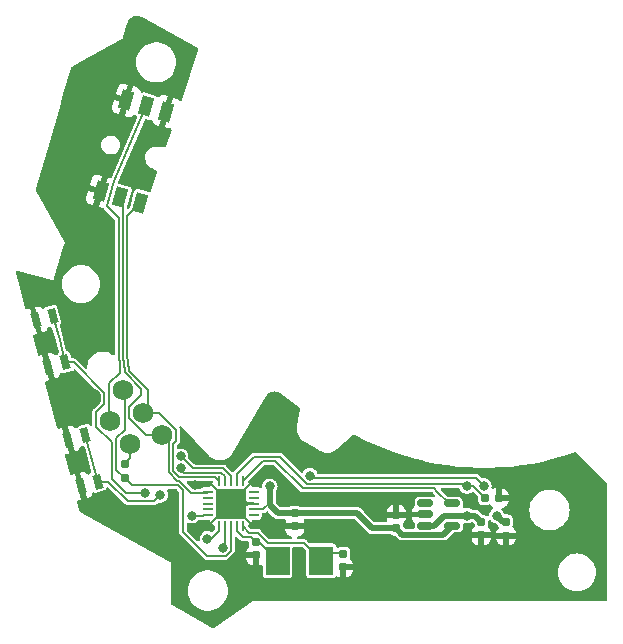
<source format=gbr>
%TF.GenerationSoftware,KiCad,Pcbnew,(7.0.0)*%
%TF.CreationDate,2023-05-27T11:40:30+01:00*%
%TF.ProjectId,right,72696768-742e-46b6-9963-61645f706362,rev?*%
%TF.SameCoordinates,Original*%
%TF.FileFunction,Copper,L2,Bot*%
%TF.FilePolarity,Positive*%
%FSLAX46Y46*%
G04 Gerber Fmt 4.6, Leading zero omitted, Abs format (unit mm)*
G04 Created by KiCad (PCBNEW (7.0.0)) date 2023-05-27 11:40:30*
%MOMM*%
%LPD*%
G01*
G04 APERTURE LIST*
G04 Aperture macros list*
%AMRoundRect*
0 Rectangle with rounded corners*
0 $1 Rounding radius*
0 $2 $3 $4 $5 $6 $7 $8 $9 X,Y pos of 4 corners*
0 Add a 4 corners polygon primitive as box body*
4,1,4,$2,$3,$4,$5,$6,$7,$8,$9,$2,$3,0*
0 Add four circle primitives for the rounded corners*
1,1,$1+$1,$2,$3*
1,1,$1+$1,$4,$5*
1,1,$1+$1,$6,$7*
1,1,$1+$1,$8,$9*
0 Add four rect primitives between the rounded corners*
20,1,$1+$1,$2,$3,$4,$5,0*
20,1,$1+$1,$4,$5,$6,$7,0*
20,1,$1+$1,$6,$7,$8,$9,0*
20,1,$1+$1,$8,$9,$2,$3,0*%
%AMRotRect*
0 Rectangle, with rotation*
0 The origin of the aperture is its center*
0 $1 length*
0 $2 width*
0 $3 Rotation angle, in degrees counterclockwise*
0 Add horizontal line*
21,1,$1,$2,0,0,$3*%
G04 Aperture macros list end*
%TA.AperFunction,ComponentPad*%
%ADD10C,1.750000*%
%TD*%
%TA.AperFunction,SMDPad,CuDef*%
%ADD11RotRect,1.244600X0.660400X285.000000*%
%TD*%
%TA.AperFunction,SMDPad,CuDef*%
%ADD12RoundRect,0.155000X-0.155000X0.212500X-0.155000X-0.212500X0.155000X-0.212500X0.155000X0.212500X0*%
%TD*%
%TA.AperFunction,SMDPad,CuDef*%
%ADD13RoundRect,0.155000X0.155000X-0.212500X0.155000X0.212500X-0.155000X0.212500X-0.155000X-0.212500X0*%
%TD*%
%TA.AperFunction,SMDPad,CuDef*%
%ADD14RoundRect,0.150000X-0.512500X-0.150000X0.512500X-0.150000X0.512500X0.150000X-0.512500X0.150000X0*%
%TD*%
%TA.AperFunction,SMDPad,CuDef*%
%ADD15RoundRect,0.062500X-0.062500X0.362500X-0.062500X-0.362500X0.062500X-0.362500X0.062500X0.362500X0*%
%TD*%
%TA.AperFunction,SMDPad,CuDef*%
%ADD16RoundRect,0.062500X-0.362500X0.062500X-0.362500X-0.062500X0.362500X-0.062500X0.362500X0.062500X0*%
%TD*%
%TA.AperFunction,SMDPad,CuDef*%
%ADD17R,2.600000X2.600000*%
%TD*%
%TA.AperFunction,SMDPad,CuDef*%
%ADD18RotRect,1.600000X1.000000X254.101000*%
%TD*%
%TA.AperFunction,SMDPad,CuDef*%
%ADD19RoundRect,0.160000X-0.197500X-0.160000X0.197500X-0.160000X0.197500X0.160000X-0.197500X0.160000X0*%
%TD*%
%TA.AperFunction,SMDPad,CuDef*%
%ADD20RoundRect,0.160000X-0.160000X0.197500X-0.160000X-0.197500X0.160000X-0.197500X0.160000X0.197500X0*%
%TD*%
%TA.AperFunction,SMDPad,CuDef*%
%ADD21R,2.000000X2.400000*%
%TD*%
%TA.AperFunction,ViaPad*%
%ADD22C,0.800000*%
%TD*%
%TA.AperFunction,Conductor*%
%ADD23C,0.150000*%
%TD*%
%TA.AperFunction,Conductor*%
%ADD24C,0.500000*%
%TD*%
G04 APERTURE END LIST*
D10*
%TO.P,J5,1,Pin_1*%
%TO.N,/MISO*%
X38100000Y-86100000D03*
%TO.P,J5,2,Pin_2*%
%TO.N,+3V3*%
X35349842Y-86807909D03*
%TO.P,J5,3,Pin_3*%
%TO.N,/SCK*%
X36433610Y-84183038D03*
%TO.P,J5,4,Pin_4*%
%TO.N,/MOSI*%
X33683452Y-84890946D03*
%TO.P,J5,5,Pin_5*%
%TO.N,/~{reset}*%
X34767220Y-82266075D03*
%TO.P,J5,6,Pin_6*%
%TO.N,GND*%
X32017062Y-82973984D03*
%TD*%
D11*
%TO.P,SW3,1,1*%
%TO.N,GND*%
X30145102Y-86471746D03*
X31196942Y-90397269D03*
%TO.P,SW3,2,2*%
%TO.N,/vol_down*%
X31574674Y-86088693D03*
X32626514Y-90014216D03*
%TD*%
D12*
%TO.P,C5,1*%
%TO.N,Net-(U2-OUT)*%
X65100000Y-93432500D03*
%TO.P,C5,2*%
%TO.N,GND*%
X65100000Y-94567500D03*
%TD*%
D13*
%TO.P,C4,1*%
%TO.N,+3V3*%
X57900000Y-93967500D03*
%TO.P,C4,2*%
%TO.N,GND*%
X57900000Y-92832500D03*
%TD*%
D14*
%TO.P,U2,1,OUT*%
%TO.N,Net-(U2-OUT)*%
X60362500Y-93750000D03*
%TO.P,U2,2,GND*%
%TO.N,GND*%
X60362500Y-92800000D03*
%TO.P,U2,3,~{FLG}*%
%TO.N,unconnected-(U2-~{FLG}-Pad3)*%
X60362500Y-91850000D03*
%TO.P,U2,4,EN*%
%TO.N,/opto_en*%
X62637500Y-91850000D03*
%TO.P,U2,5,IN*%
%TO.N,+3V3*%
X62637500Y-93750000D03*
%TD*%
D12*
%TO.P,C3,1*%
%TO.N,+3V3*%
X49300000Y-92665000D03*
%TO.P,C3,2*%
%TO.N,GND*%
X49300000Y-93800000D03*
%TD*%
D11*
%TO.P,SW2,1,1*%
%TO.N,GND*%
X27396450Y-76372988D03*
X28448290Y-80298511D03*
%TO.P,SW2,2,2*%
%TO.N,/vol_up*%
X28826022Y-75989935D03*
X29877862Y-79915458D03*
%TD*%
D15*
%TO.P,U1,1,PA4*%
%TO.N,/SCK*%
X42900000Y-89950000D03*
%TO.P,U1,2,PA3*%
%TO.N,/vol_down*%
X43400000Y-89950000D03*
%TO.P,U1,3,PA2*%
%TO.N,/vol_up*%
X43900000Y-89950000D03*
%TO.P,U1,4,PA1*%
%TO.N,/opto_out*%
X44400000Y-89950000D03*
%TO.P,U1,5,AREF/PA0*%
%TO.N,/opto_en*%
X44900000Y-89950000D03*
D16*
%TO.P,U1,6,NC*%
%TO.N,unconnected-(U1-NC-Pad6)*%
X45825000Y-90875000D03*
%TO.P,U1,7,NC*%
%TO.N,unconnected-(U1-NC-Pad7)*%
X45825000Y-91375000D03*
%TO.P,U1,8,GND*%
%TO.N,GND*%
X45825000Y-91875000D03*
%TO.P,U1,9,VCC*%
%TO.N,+3V3*%
X45825000Y-92375000D03*
%TO.P,U1,10,NC*%
%TO.N,unconnected-(U1-NC-Pad10)*%
X45825000Y-92875000D03*
D15*
%TO.P,U1,11,XTAL1/PB0*%
%TO.N,Net-(U1-XTAL1{slash}PB0)*%
X44900000Y-93800000D03*
%TO.P,U1,12,XTAL2/PB1*%
%TO.N,Net-(U1-XTAL2{slash}PB1)*%
X44400000Y-93800000D03*
%TO.P,U1,13,~{RESET}/PB3*%
%TO.N,/~{reset}*%
X43900000Y-93800000D03*
%TO.P,U1,14,PB2*%
%TO.N,/opto_LDR*%
X43400000Y-93800000D03*
%TO.P,U1,15,PA7*%
%TO.N,/right_side_data*%
X42900000Y-93800000D03*
D16*
%TO.P,U1,16,PA6*%
%TO.N,/MOSI*%
X41975000Y-92875000D03*
%TO.P,U1,17,NC*%
%TO.N,unconnected-(U1-NC-Pad17)*%
X41975000Y-92375000D03*
%TO.P,U1,18,NC*%
%TO.N,unconnected-(U1-NC-Pad18)*%
X41975000Y-91875000D03*
%TO.P,U1,19,NC*%
%TO.N,unconnected-(U1-NC-Pad19)*%
X41975000Y-91375000D03*
%TO.P,U1,20,PA5*%
%TO.N,/MISO*%
X41975000Y-90875000D03*
D17*
%TO.P,U1,21,GND*%
%TO.N,GND*%
X43899999Y-91874999D03*
%TD*%
D18*
%TO.P,SW1,1,GND*%
%TO.N,GND*%
X35057584Y-57741127D03*
%TO.P,SW1,2,CCW*%
%TO.N,/MOSI*%
X36740640Y-58220527D03*
%TO.P,SW1,3,GND*%
%TO.N,GND*%
X38423695Y-58699926D03*
%TO.P,SW1,4,GND*%
X32866045Y-65435096D03*
%TO.P,SW1,5,CW*%
%TO.N,/MISO*%
X34549100Y-65914495D03*
%TO.P,SW1,6,PUSH*%
%TO.N,/SCK*%
X36232156Y-66393895D03*
%TD*%
D19*
%TO.P,R2,1*%
%TO.N,/opto_out*%
X65402500Y-91400000D03*
%TO.P,R2,2*%
%TO.N,GND*%
X66597500Y-91400000D03*
%TD*%
D20*
%TO.P,R1,1*%
%TO.N,+3V3*%
X34900000Y-88502500D03*
%TO.P,R1,2*%
%TO.N,/~{reset}*%
X34900000Y-89697500D03*
%TD*%
D12*
%TO.P,C1,1*%
%TO.N,Net-(U1-XTAL1{slash}PB0)*%
X53400000Y-96132500D03*
%TO.P,C1,2*%
%TO.N,GND*%
X53400000Y-97267500D03*
%TD*%
D20*
%TO.P,R3,1*%
%TO.N,Net-(OC1-Pad2)*%
X67200000Y-93402500D03*
%TO.P,R3,2*%
%TO.N,GND*%
X67200000Y-94597500D03*
%TD*%
D21*
%TO.P,Y1,1,1*%
%TO.N,Net-(U1-XTAL2{slash}PB1)*%
X47849999Y-96699999D03*
%TO.P,Y1,2,2*%
%TO.N,Net-(U1-XTAL1{slash}PB0)*%
X51549999Y-96699999D03*
%TD*%
D12*
%TO.P,C2,1*%
%TO.N,Net-(U1-XTAL2{slash}PB1)*%
X46000000Y-95132500D03*
%TO.P,C2,2*%
%TO.N,GND*%
X46000000Y-96267500D03*
%TD*%
D22*
%TO.N,GND*%
X30500000Y-81500000D03*
X52200000Y-88500000D03*
X35900000Y-51300000D03*
X31900000Y-92100000D03*
X68800000Y-99500000D03*
X39600000Y-96700000D03*
X31300000Y-88200000D03*
X45400000Y-87100000D03*
X34600000Y-92300000D03*
X39700000Y-100000000D03*
X42400000Y-101600000D03*
X36800000Y-64800000D03*
X29100000Y-73600000D03*
X47200000Y-89000000D03*
X36400000Y-94600000D03*
X63400000Y-94900000D03*
X29200000Y-83300000D03*
X40700000Y-94100000D03*
X40900000Y-90274500D03*
X33400000Y-63700000D03*
X48192277Y-91428604D03*
X64300000Y-97600000D03*
X40200000Y-86600000D03*
X75000000Y-94900000D03*
X50900000Y-99400000D03*
X44200000Y-96900000D03*
X32900000Y-70700000D03*
X50800000Y-93700000D03*
X32300000Y-67400000D03*
X54600000Y-99300000D03*
X40400000Y-53700000D03*
X60300000Y-99400000D03*
X30900000Y-55400000D03*
X75000000Y-90700000D03*
X68700000Y-94600000D03*
X59800000Y-88800000D03*
X26400000Y-72900000D03*
X58800000Y-91500000D03*
X50600000Y-91400000D03*
X56400000Y-92900000D03*
X63900000Y-91600000D03*
X75200000Y-99600000D03*
X46400000Y-99300000D03*
X68600000Y-89700000D03*
X33400000Y-78500000D03*
X28200000Y-65300000D03*
X48200000Y-93700000D03*
X49000000Y-86700000D03*
X53900000Y-94400000D03*
X38000000Y-60600000D03*
X54400000Y-91500000D03*
X32800000Y-75200000D03*
X56800000Y-94900000D03*
X39100000Y-93700000D03*
X30400000Y-69600000D03*
X72900000Y-88400000D03*
X54400000Y-86800000D03*
X30400000Y-77600000D03*
X31000000Y-84800000D03*
X47900000Y-83600000D03*
X39000000Y-91100000D03*
X28100000Y-78300000D03*
X34500000Y-59600000D03*
%TO.N,+3V3*%
X47200000Y-90425500D03*
%TO.N,Net-(U2-OUT)*%
X63900000Y-92900000D03*
%TO.N,/MOSI*%
X40600000Y-92900000D03*
%TO.N,/opto_out*%
X63900000Y-90400000D03*
%TO.N,Net-(OC1-Pad2)*%
X66400000Y-92900000D03*
%TO.N,/vol_up*%
X36663491Y-91019654D03*
X39655096Y-87873535D03*
%TO.N,/vol_down*%
X37911753Y-91151830D03*
X39715071Y-88871235D03*
%TO.N,/right_side_data*%
X41912115Y-94847963D03*
%TO.N,/opto_LDR*%
X65328194Y-90371806D03*
X43200000Y-95600000D03*
X50600000Y-89500000D03*
%TD*%
D23*
%TO.N,Net-(U1-XTAL1{slash}PB0)*%
X50075000Y-95225000D02*
X51550000Y-96700000D01*
X52150000Y-96100000D02*
X51550000Y-96700000D01*
X47068112Y-95225000D02*
X50075000Y-95225000D01*
X44900000Y-93800000D02*
X45475000Y-94375000D01*
X53400000Y-96132500D02*
X53367500Y-96100000D01*
X53367500Y-96100000D02*
X52150000Y-96100000D01*
X45475000Y-94375000D02*
X46218112Y-94375000D01*
X46218112Y-94375000D02*
X47068112Y-95225000D01*
%TO.N,GND*%
X43877297Y-91875000D02*
X42276797Y-90274500D01*
X43900000Y-91875000D02*
X43900000Y-91852297D01*
X43900000Y-91897703D02*
X45702297Y-93700000D01*
X42276797Y-90274500D02*
X40900000Y-90274500D01*
X43900000Y-91875000D02*
X43877297Y-91875000D01*
X43900000Y-91852297D02*
X45752297Y-90000000D01*
X43900000Y-91875000D02*
X42075000Y-93700000D01*
X43900000Y-91875000D02*
X43900000Y-91897703D01*
%TO.N,Net-(U1-XTAL2{slash}PB1)*%
X45592500Y-94725000D02*
X46000000Y-95132500D01*
X46282500Y-95132500D02*
X47850000Y-96700000D01*
X44922703Y-94725000D02*
X44400000Y-94202297D01*
X44400000Y-94202297D02*
X44400000Y-93800000D01*
X46000000Y-95132500D02*
X46282500Y-95132500D01*
X44922703Y-94725000D02*
X45592500Y-94725000D01*
D24*
%TO.N,+3V3*%
X54565000Y-92665000D02*
X55867500Y-93967500D01*
X47200000Y-90425500D02*
X47200000Y-92000000D01*
D23*
X47200000Y-91800000D02*
X46625000Y-92375000D01*
X47200000Y-90425500D02*
X47200000Y-91800000D01*
D24*
X47900000Y-92700000D02*
X49265000Y-92700000D01*
X49300000Y-92665000D02*
X54565000Y-92665000D01*
X62637500Y-93750000D02*
X61887500Y-94500000D01*
X47200000Y-92000000D02*
X47900000Y-92700000D01*
X49265000Y-92700000D02*
X49300000Y-92665000D01*
X55867500Y-93967500D02*
X57900000Y-93967500D01*
D23*
X46625000Y-92375000D02*
X45825000Y-92375000D01*
D24*
X61887500Y-94500000D02*
X58432500Y-94500000D01*
X58432500Y-94500000D02*
X57900000Y-93967500D01*
D23*
X35349842Y-88052658D02*
X35349842Y-86807909D01*
X34900000Y-88502500D02*
X35349842Y-88052658D01*
D24*
%TO.N,Net-(U2-OUT)*%
X64567500Y-92900000D02*
X65100000Y-93432500D01*
X61976472Y-92900000D02*
X61126472Y-93750000D01*
X63900000Y-92900000D02*
X61976472Y-92900000D01*
X64567500Y-92900000D02*
X63900000Y-92900000D01*
X61126472Y-93750000D02*
X60362500Y-93750000D01*
D23*
%TO.N,/~{reset}*%
X34900000Y-89697500D02*
X34199842Y-88997342D01*
X43454595Y-96300000D02*
X41859953Y-96300000D01*
X39450180Y-90345154D02*
X35547654Y-90345154D01*
X43900000Y-95854595D02*
X43454595Y-96300000D01*
X35547654Y-90345154D02*
X34900000Y-89697500D01*
X41859953Y-96300000D02*
X39825000Y-94265047D01*
X34900000Y-85631405D02*
X34900000Y-82398855D01*
X34199842Y-88997342D02*
X34199842Y-86331563D01*
X34900000Y-82398855D02*
X34767220Y-82266075D01*
X43900000Y-93800000D02*
X43900000Y-95854595D01*
X34199842Y-86331563D02*
X34900000Y-85631405D01*
X39825000Y-94265047D02*
X39825000Y-90719974D01*
X39825000Y-90719974D02*
X39450180Y-90345154D01*
%TO.N,/SCK*%
X39250000Y-85623654D02*
X37809384Y-84183038D01*
X35218543Y-79885276D02*
X35100000Y-79400000D01*
X35100000Y-79400000D02*
X35100000Y-67525987D01*
X38980596Y-89090648D02*
X38980596Y-86845750D01*
X36900000Y-82277535D02*
X35300000Y-80677535D01*
X36900000Y-83716648D02*
X36900000Y-82277535D01*
X35100000Y-67525987D02*
X36232081Y-66393906D01*
X39489948Y-89600000D02*
X38980596Y-89090648D01*
X36433610Y-84183038D02*
X36900000Y-83716648D01*
X42900000Y-89950000D02*
X42550000Y-89600000D01*
X38980596Y-86845750D02*
X39250000Y-86576346D01*
X42550000Y-89600000D02*
X39489948Y-89600000D01*
X37809384Y-84183038D02*
X36433610Y-84183038D01*
X35300000Y-80677535D02*
X35218543Y-79885276D01*
X39250000Y-86576346D02*
X39250000Y-85623654D01*
%TO.N,/MISO*%
X34762120Y-79562120D02*
X34857416Y-79933426D01*
X34857416Y-79933426D02*
X34900000Y-80772509D01*
X38630596Y-86630596D02*
X38100000Y-86100000D01*
X38630596Y-89235622D02*
X38630596Y-86630596D01*
X41900500Y-90949500D02*
X40549500Y-90949500D01*
X34900000Y-80772509D02*
X36315477Y-82187986D01*
X39344974Y-89950000D02*
X38630596Y-89235622D01*
X34549034Y-65914477D02*
X34750000Y-66115443D01*
X35283610Y-84659384D02*
X36724226Y-86100000D01*
X39550000Y-89950000D02*
X39344974Y-89950000D01*
X34750000Y-66115443D02*
X34750000Y-79506969D01*
X36315477Y-82187986D02*
X36315477Y-82674825D01*
X41975000Y-90875000D02*
X41900500Y-90949500D01*
X34750000Y-79506969D02*
X34762120Y-79562120D01*
X35283610Y-83706692D02*
X35283610Y-84659384D01*
X36315477Y-82674825D02*
X35283610Y-83706692D01*
X40549500Y-90949500D02*
X39550000Y-89950000D01*
X36724226Y-86100000D02*
X38100000Y-86100000D01*
%TO.N,/MOSI*%
X34400000Y-67700000D02*
X33400000Y-66700000D01*
X34500000Y-80000000D02*
X34400000Y-79544975D01*
X41572703Y-92875000D02*
X41975000Y-92875000D01*
X34500000Y-80809840D02*
X34500000Y-80000000D01*
X41547703Y-92900000D02*
X41572703Y-92875000D01*
X33617220Y-81692620D02*
X34500000Y-80809840D01*
X33400000Y-66700000D02*
X34000000Y-64600000D01*
X33617220Y-84824714D02*
X33617220Y-81692620D01*
X33683452Y-84890946D02*
X33617220Y-84824714D01*
X40600000Y-92900000D02*
X41547703Y-92900000D01*
X34400000Y-79544975D02*
X34400000Y-67700000D01*
X34000000Y-64600000D02*
X36740708Y-58220547D01*
%TO.N,/opto_out*%
X64402500Y-90400000D02*
X65402500Y-91400000D01*
X50345405Y-90200000D02*
X48045405Y-87900000D01*
X63900000Y-90400000D02*
X64402500Y-90400000D01*
X63700000Y-90200000D02*
X50345405Y-90200000D01*
X44400000Y-89400000D02*
X44400000Y-89950000D01*
X48045405Y-87900000D02*
X45900000Y-87900000D01*
X63900000Y-90400000D02*
X63700000Y-90200000D01*
X45900000Y-87900000D02*
X44400000Y-89400000D01*
D24*
%TO.N,Net-(OC1-Pad2)*%
X66400000Y-92900000D02*
X66902500Y-93402500D01*
X66902500Y-93402500D02*
X67200000Y-93402500D01*
D23*
%TO.N,/vol_up*%
X43252297Y-88900000D02*
X43900000Y-89547703D01*
X40698431Y-88900000D02*
X43252297Y-88900000D01*
X36663491Y-91019654D02*
X35019654Y-91019654D01*
X33167062Y-82497638D02*
X30584883Y-79915459D01*
X39655096Y-87873535D02*
X39977796Y-88196235D01*
X33167062Y-83450330D02*
X33167062Y-82497638D01*
X32493408Y-84123984D02*
X33167062Y-83450330D01*
X29877863Y-79915459D02*
X29400000Y-78000000D01*
X32493408Y-85393408D02*
X32493408Y-84123984D01*
X35019654Y-91019654D02*
X33800000Y-89800000D01*
X39977796Y-88196235D02*
X39994666Y-88196235D01*
X43900000Y-89547703D02*
X43900000Y-89950000D01*
X33800000Y-86700000D02*
X32493408Y-85393408D01*
X29400000Y-78000000D02*
X28826023Y-75989936D01*
X33800000Y-89800000D02*
X33800000Y-86700000D01*
X39994666Y-88196235D02*
X40698431Y-88900000D01*
X30584883Y-79915459D02*
X29877863Y-79915459D01*
%TO.N,/vol_down*%
X39715071Y-88871235D02*
X39715071Y-89015071D01*
X37911753Y-91151830D02*
X37368929Y-91694654D01*
X35199680Y-91694654D02*
X33519243Y-90014217D01*
X39950000Y-89250000D02*
X43102297Y-89250000D01*
X39715071Y-89015071D02*
X39950000Y-89250000D01*
X33519243Y-90014217D02*
X32626515Y-90014217D01*
X43400000Y-89547703D02*
X43400000Y-89950000D01*
X31574675Y-86088694D02*
X32626515Y-90014217D01*
X43102297Y-89250000D02*
X43400000Y-89547703D01*
X37368929Y-91694654D02*
X35199680Y-91694654D01*
%TO.N,/right_side_data*%
X42252037Y-94847963D02*
X42900000Y-94200000D01*
X42900000Y-94200000D02*
X42900000Y-93800000D01*
X41912115Y-94847963D02*
X42252037Y-94847963D01*
%TO.N,/opto_LDR*%
X64656388Y-89700000D02*
X50800000Y-89700000D01*
X65328194Y-90371806D02*
X64656388Y-89700000D01*
X50800000Y-89700000D02*
X50600000Y-89500000D01*
X43200000Y-95600000D02*
X43400000Y-95400000D01*
X43400000Y-95400000D02*
X43400000Y-93800000D01*
%TO.N,/opto_en*%
X47655026Y-88250000D02*
X46600000Y-88250000D01*
X62637500Y-91850000D02*
X62363000Y-91850000D01*
X62363000Y-91850000D02*
X61387500Y-90874500D01*
X46600000Y-88250000D02*
X44900000Y-89950000D01*
X50005026Y-90600000D02*
X47655026Y-88250000D01*
X61113000Y-90600000D02*
X50005026Y-90600000D01*
X61387500Y-90874500D02*
X61113000Y-90600000D01*
%TD*%
%TA.AperFunction,Conductor*%
%TO.N,GND*%
G36*
X35993450Y-50558360D02*
G01*
X36018055Y-50560987D01*
X36119919Y-50582307D01*
X36149878Y-50588578D01*
X36173471Y-50596038D01*
X36302920Y-50651721D01*
X36314033Y-50657174D01*
X36343494Y-50673506D01*
X36357280Y-50681148D01*
X36357295Y-50681153D01*
X41076374Y-53296982D01*
X41092488Y-53305914D01*
X41134547Y-53344109D01*
X41155157Y-53397052D01*
X41149992Y-53453631D01*
X39727431Y-57715115D01*
X39690303Y-57770175D01*
X39630088Y-57798182D01*
X39564057Y-57791101D01*
X39511150Y-57750964D01*
X39478005Y-57707428D01*
X39362208Y-57622198D01*
X39306698Y-57599731D01*
X39020257Y-57518142D01*
X38595647Y-59008849D01*
X38308006Y-60018681D01*
X38594448Y-60100271D01*
X38653465Y-60110425D01*
X38748522Y-60102852D01*
X38808209Y-60112916D01*
X38856021Y-60150036D01*
X38880564Y-60205367D01*
X38875991Y-60265724D01*
X38421176Y-61628188D01*
X38391948Y-61675888D01*
X38344730Y-61705889D01*
X38289131Y-61712082D01*
X37718984Y-61645304D01*
X37718051Y-61645191D01*
X37628011Y-61633952D01*
X37458962Y-61645191D01*
X37444356Y-61646162D01*
X37266348Y-61692968D01*
X37100441Y-61772671D01*
X36952654Y-61882382D01*
X36952654Y-61882383D01*
X36828343Y-62018126D01*
X36732027Y-62174963D01*
X36667187Y-62347230D01*
X36636183Y-62528658D01*
X36640137Y-62712673D01*
X36678905Y-62892603D01*
X36751082Y-63061921D01*
X36854051Y-63214485D01*
X36984070Y-63344756D01*
X36984073Y-63344758D01*
X36984074Y-63344759D01*
X37136437Y-63448022D01*
X37164940Y-63460243D01*
X37195718Y-63473440D01*
X37214196Y-63483286D01*
X37615962Y-63743137D01*
X37653865Y-63781686D01*
X37671763Y-63832700D01*
X37666253Y-63886481D01*
X37148449Y-65439392D01*
X37114440Y-65491727D01*
X37059245Y-65520865D01*
X36996847Y-65519425D01*
X36397877Y-65348815D01*
X36015327Y-65239850D01*
X35948287Y-65234399D01*
X35941078Y-65233813D01*
X35941077Y-65233813D01*
X35846221Y-65264360D01*
X35770272Y-65328887D01*
X35736279Y-65395175D01*
X35333186Y-66810334D01*
X35301611Y-66864046D01*
X35300158Y-66865499D01*
X35244195Y-66897693D01*
X35179632Y-66897389D01*
X35123974Y-66864670D01*
X35092309Y-66808406D01*
X35093219Y-66743851D01*
X35496805Y-65326963D01*
X35502843Y-65252710D01*
X35472295Y-65157852D01*
X35407770Y-65081906D01*
X35407769Y-65081905D01*
X35407768Y-65081904D01*
X35341485Y-65047913D01*
X34426079Y-64787170D01*
X34367394Y-64750322D01*
X34337643Y-64687740D01*
X34346116Y-64618970D01*
X36595214Y-59383821D01*
X36630770Y-59336679D01*
X36684102Y-59311326D01*
X36743109Y-59313514D01*
X36957468Y-59374573D01*
X37031720Y-59380611D01*
X37075768Y-59366425D01*
X37137704Y-59362787D01*
X37193653Y-59389610D01*
X37229602Y-59440181D01*
X37282294Y-59578029D01*
X37369386Y-59692426D01*
X37485183Y-59777655D01*
X37540693Y-59800121D01*
X37827134Y-59881710D01*
X38251746Y-58391005D01*
X38251745Y-58391005D01*
X38539383Y-57381171D01*
X38252943Y-57299582D01*
X38193925Y-57289428D01*
X38050602Y-57300846D01*
X37916301Y-57352184D01*
X37798881Y-57441577D01*
X37741681Y-57465615D01*
X37679996Y-57458932D01*
X37629272Y-57423203D01*
X37599310Y-57387938D01*
X37599309Y-57387937D01*
X37599308Y-57387936D01*
X37533025Y-57353945D01*
X36523811Y-57066482D01*
X36449562Y-57060445D01*
X36405515Y-57074630D01*
X36343576Y-57078268D01*
X36287628Y-57051444D01*
X36251679Y-57000874D01*
X36198986Y-56863025D01*
X36111894Y-56748628D01*
X35996097Y-56663399D01*
X35940587Y-56640932D01*
X35654146Y-56559343D01*
X35229536Y-58050050D01*
X34941895Y-59059882D01*
X35228337Y-59141472D01*
X35287355Y-59151626D01*
X35430678Y-59140208D01*
X35564979Y-59088870D01*
X35682398Y-58999478D01*
X35739598Y-58975440D01*
X35801284Y-58982122D01*
X35852010Y-59017852D01*
X35881972Y-59053118D01*
X35899186Y-59061945D01*
X35945218Y-59102670D01*
X35966040Y-59160501D01*
X35956532Y-59221227D01*
X33801505Y-64237405D01*
X33765947Y-64284551D01*
X33712616Y-64309904D01*
X33653605Y-64307716D01*
X33462607Y-64253312D01*
X33037997Y-65744019D01*
X32750356Y-66753851D01*
X33036791Y-66835439D01*
X33054704Y-66838521D01*
X33100949Y-66856559D01*
X33136414Y-66891289D01*
X33162459Y-66929825D01*
X33171716Y-66936536D01*
X33180118Y-66942628D01*
X33195008Y-66955334D01*
X34038181Y-67798507D01*
X34065061Y-67838735D01*
X34074500Y-67886188D01*
X34074500Y-79187344D01*
X34056509Y-79251672D01*
X34007757Y-79297333D01*
X33942390Y-79311079D01*
X33879377Y-79288919D01*
X33714200Y-79173262D01*
X33507963Y-79077091D01*
X33288155Y-79018194D01*
X33118252Y-79003330D01*
X33118250Y-79003330D01*
X33004682Y-79003330D01*
X33004680Y-79003330D01*
X32834776Y-79018194D01*
X32614968Y-79077091D01*
X32408730Y-79173262D01*
X32222325Y-79303783D01*
X32061419Y-79464689D01*
X31930898Y-79651094D01*
X31834727Y-79857332D01*
X31775830Y-80077140D01*
X31755997Y-80303830D01*
X31757217Y-80317770D01*
X31747831Y-80377028D01*
X31711725Y-80424943D01*
X31657349Y-80450299D01*
X31597435Y-80447159D01*
X31546008Y-80416258D01*
X30828926Y-79699176D01*
X30821617Y-79691200D01*
X30797337Y-79662264D01*
X30764619Y-79643374D01*
X30755510Y-79637571D01*
X30724567Y-79615905D01*
X30723686Y-79615288D01*
X30698990Y-79605058D01*
X30660735Y-79598312D01*
X30650179Y-79595971D01*
X30613690Y-79586194D01*
X30576063Y-79589487D01*
X30565255Y-79589959D01*
X30486979Y-79589959D01*
X30434574Y-79578341D01*
X30391989Y-79545665D01*
X30367204Y-79498052D01*
X30271327Y-79140235D01*
X30271327Y-79140234D01*
X30238377Y-79073419D01*
X30163453Y-79007711D01*
X30110094Y-78989598D01*
X30049179Y-78968921D01*
X30027464Y-78965272D01*
X29981412Y-78931664D01*
X29955266Y-78881002D01*
X29890165Y-78620052D01*
X29723495Y-77951977D01*
X29721411Y-77940119D01*
X29715070Y-77917911D01*
X29713991Y-77913877D01*
X29708399Y-77891462D01*
X29704282Y-77880131D01*
X29409387Y-76847410D01*
X29406748Y-76790496D01*
X29429839Y-76738409D01*
X29448595Y-76722932D01*
X29461517Y-76708198D01*
X29527225Y-76633274D01*
X29559257Y-76538907D01*
X29554385Y-76464569D01*
X29219487Y-75214711D01*
X29186537Y-75147896D01*
X29111613Y-75082188D01*
X29017246Y-75050156D01*
X28942906Y-75055028D01*
X28257345Y-75238723D01*
X28190528Y-75271674D01*
X28118513Y-75353790D01*
X28073589Y-75386235D01*
X28019017Y-75395871D01*
X27965698Y-75380774D01*
X27924280Y-75343959D01*
X27919924Y-75337843D01*
X27806906Y-75248965D01*
X27673430Y-75195528D01*
X27530299Y-75181861D01*
X27471124Y-75191090D01*
X27347460Y-75224224D01*
X27573228Y-76066804D01*
X27928404Y-77392342D01*
X28052070Y-77359207D01*
X28107932Y-77337611D01*
X28225051Y-77254209D01*
X28313928Y-77141192D01*
X28367365Y-77007716D01*
X28368079Y-77000243D01*
X28385540Y-76947649D01*
X28424168Y-76907914D01*
X28476247Y-76888973D01*
X28531376Y-76894609D01*
X28540431Y-76897682D01*
X28540433Y-76897684D01*
X28634800Y-76929716D01*
X28653779Y-76928472D01*
X28708717Y-76937389D01*
X28754221Y-76969437D01*
X28781123Y-77018160D01*
X29084932Y-78082099D01*
X29086010Y-78086131D01*
X29325758Y-79047132D01*
X29326776Y-79102740D01*
X29303385Y-79153199D01*
X29260291Y-79188358D01*
X29253751Y-79191583D01*
X29242368Y-79197197D01*
X29170353Y-79279313D01*
X29125429Y-79311758D01*
X29070857Y-79321394D01*
X29017538Y-79306297D01*
X28976120Y-79269482D01*
X28971764Y-79263366D01*
X28858746Y-79174488D01*
X28725270Y-79121051D01*
X28582139Y-79107384D01*
X28522964Y-79116613D01*
X28399300Y-79149747D01*
X28625068Y-79992327D01*
X28980244Y-81317865D01*
X29103910Y-81284730D01*
X29159772Y-81263134D01*
X29276891Y-81179732D01*
X29365768Y-81066715D01*
X29419205Y-80933239D01*
X29419919Y-80925766D01*
X29437380Y-80873172D01*
X29476008Y-80833437D01*
X29528087Y-80814496D01*
X29583216Y-80820132D01*
X29592271Y-80823205D01*
X29592273Y-80823207D01*
X29686640Y-80855239D01*
X29760978Y-80850367D01*
X30446542Y-80666671D01*
X30513357Y-80633721D01*
X30579065Y-80558797D01*
X30579066Y-80558793D01*
X30579998Y-80557731D01*
X30635938Y-80521229D01*
X30702699Y-80519044D01*
X30760907Y-80551809D01*
X32805243Y-82596145D01*
X32832123Y-82636373D01*
X32841562Y-82683826D01*
X32841562Y-83264142D01*
X32832123Y-83311595D01*
X32805243Y-83351823D01*
X32277122Y-83879942D01*
X32269149Y-83887248D01*
X32240214Y-83911528D01*
X32221322Y-83944248D01*
X32215514Y-83953364D01*
X32193239Y-83985177D01*
X32183005Y-84009883D01*
X32176260Y-84048132D01*
X32173920Y-84058688D01*
X32164143Y-84095176D01*
X32167436Y-84132804D01*
X32167908Y-84143612D01*
X32167908Y-85186755D01*
X32150474Y-85250155D01*
X32103076Y-85295728D01*
X32039040Y-85310659D01*
X31976373Y-85290750D01*
X31944247Y-85254597D01*
X31860266Y-85180947D01*
X31860265Y-85180946D01*
X31765898Y-85148914D01*
X31691558Y-85153786D01*
X31005997Y-85337481D01*
X30939180Y-85370432D01*
X30867165Y-85452548D01*
X30822241Y-85484993D01*
X30767669Y-85494629D01*
X30714350Y-85479532D01*
X30672932Y-85442717D01*
X30668576Y-85436601D01*
X30555558Y-85347723D01*
X30422082Y-85294286D01*
X30278951Y-85280619D01*
X30219776Y-85289848D01*
X30096112Y-85322982D01*
X30321880Y-86165562D01*
X30677056Y-87491100D01*
X30800722Y-87457965D01*
X30856584Y-87436369D01*
X30973703Y-87352967D01*
X31062580Y-87239950D01*
X31116017Y-87106474D01*
X31116731Y-87099001D01*
X31134192Y-87046407D01*
X31172820Y-87006672D01*
X31224899Y-86987731D01*
X31280028Y-86993367D01*
X31289083Y-86996440D01*
X31289085Y-86996442D01*
X31383452Y-87028474D01*
X31386125Y-87028299D01*
X31441688Y-87037471D01*
X31487465Y-87070274D01*
X31514012Y-87119939D01*
X32058358Y-89151462D01*
X32060201Y-89207746D01*
X32036960Y-89259041D01*
X31993429Y-89294767D01*
X31991021Y-89295954D01*
X31919005Y-89378071D01*
X31874081Y-89410516D01*
X31819509Y-89420152D01*
X31766190Y-89405055D01*
X31724772Y-89368240D01*
X31720416Y-89362124D01*
X31607398Y-89273246D01*
X31473922Y-89219809D01*
X31330791Y-89206142D01*
X31271616Y-89215371D01*
X31147952Y-89248505D01*
X31373720Y-90091085D01*
X31728896Y-91416623D01*
X31852562Y-91383488D01*
X31908424Y-91361892D01*
X32025543Y-91278490D01*
X32114420Y-91165473D01*
X32167857Y-91031997D01*
X32168571Y-91024524D01*
X32186032Y-90971930D01*
X32224660Y-90932195D01*
X32276739Y-90913254D01*
X32331868Y-90918890D01*
X32340923Y-90921963D01*
X32340925Y-90921965D01*
X32435292Y-90953997D01*
X32509630Y-90949125D01*
X33195194Y-90765429D01*
X33262009Y-90732479D01*
X33327717Y-90657555D01*
X33358536Y-90566760D01*
X33392682Y-90514741D01*
X33447798Y-90485857D01*
X33510005Y-90487384D01*
X33563637Y-90518937D01*
X34955630Y-91910930D01*
X34962938Y-91918904D01*
X34987225Y-91947848D01*
X35000089Y-91955275D01*
X35019936Y-91966734D01*
X35029059Y-91972546D01*
X35039515Y-91979867D01*
X35059996Y-91994208D01*
X35059997Y-91994208D01*
X35060878Y-91994825D01*
X35085571Y-92005054D01*
X35086634Y-92005241D01*
X35086635Y-92005242D01*
X35123823Y-92011799D01*
X35134381Y-92014139D01*
X35170873Y-92023918D01*
X35208503Y-92020625D01*
X35219310Y-92020154D01*
X37349302Y-92020154D01*
X37360109Y-92020625D01*
X37397736Y-92023918D01*
X37434253Y-92014132D01*
X37444759Y-92011803D01*
X37481974Y-92005242D01*
X37481976Y-92005240D01*
X37483041Y-92005053D01*
X37507728Y-91994827D01*
X37508611Y-91994208D01*
X37508613Y-91994208D01*
X37539554Y-91972541D01*
X37548651Y-91966745D01*
X37581384Y-91947848D01*
X37605677Y-91918895D01*
X37612965Y-91910942D01*
X37694114Y-91829793D01*
X37748497Y-91798030D01*
X37811468Y-91797080D01*
X37832768Y-91802330D01*
X37990738Y-91802330D01*
X38144118Y-91764526D01*
X38283993Y-91691113D01*
X38402236Y-91586360D01*
X38491973Y-91456353D01*
X38547990Y-91308648D01*
X38567031Y-91151830D01*
X38547990Y-90995012D01*
X38491973Y-90847307D01*
X38491972Y-90847305D01*
X38488680Y-90838625D01*
X38481526Y-90779708D01*
X38502572Y-90724214D01*
X38546996Y-90684857D01*
X38604622Y-90670654D01*
X39263992Y-90670654D01*
X39311445Y-90680093D01*
X39351673Y-90706973D01*
X39463181Y-90818481D01*
X39490061Y-90858709D01*
X39499500Y-90906162D01*
X39499500Y-94245419D01*
X39499028Y-94256227D01*
X39495735Y-94293854D01*
X39505512Y-94330343D01*
X39507853Y-94340899D01*
X39514599Y-94379154D01*
X39524829Y-94403850D01*
X39525446Y-94404731D01*
X39547112Y-94435674D01*
X39552915Y-94444783D01*
X39571806Y-94477502D01*
X39600742Y-94501782D01*
X39608718Y-94509091D01*
X41615903Y-96516276D01*
X41623211Y-96524250D01*
X41647498Y-96553194D01*
X41671547Y-96567079D01*
X41680209Y-96572080D01*
X41689332Y-96577892D01*
X41720269Y-96599554D01*
X41720270Y-96599554D01*
X41721151Y-96600171D01*
X41745844Y-96610400D01*
X41746907Y-96610587D01*
X41746908Y-96610588D01*
X41784099Y-96617145D01*
X41794657Y-96619486D01*
X41831144Y-96629263D01*
X41831145Y-96629262D01*
X41831146Y-96629263D01*
X41868764Y-96625971D01*
X41879571Y-96625500D01*
X43434968Y-96625500D01*
X43445775Y-96625971D01*
X43483402Y-96629264D01*
X43519919Y-96619478D01*
X43530425Y-96617149D01*
X43567640Y-96610588D01*
X43567642Y-96610586D01*
X43568707Y-96610399D01*
X43593394Y-96600173D01*
X43594277Y-96599554D01*
X43594279Y-96599554D01*
X43625220Y-96577887D01*
X43634317Y-96572091D01*
X43667050Y-96553194D01*
X43691343Y-96524241D01*
X43697520Y-96517500D01*
X45190000Y-96517500D01*
X45190000Y-96546148D01*
X45192922Y-96583282D01*
X45239092Y-96742198D01*
X45323335Y-96884645D01*
X45440354Y-97001664D01*
X45582801Y-97085907D01*
X45741720Y-97132078D01*
X45750000Y-97132730D01*
X45750000Y-96517500D01*
X45190000Y-96517500D01*
X43697520Y-96517500D01*
X43698631Y-96516288D01*
X44116290Y-96098629D01*
X44124258Y-96091329D01*
X44153192Y-96067052D01*
X44153192Y-96067051D01*
X44153194Y-96067050D01*
X44172091Y-96034317D01*
X44177887Y-96025220D01*
X44199554Y-95994279D01*
X44199554Y-95994277D01*
X44200173Y-95993394D01*
X44210399Y-95968707D01*
X44210586Y-95967642D01*
X44210588Y-95967640D01*
X44217149Y-95930425D01*
X44219478Y-95919919D01*
X44229264Y-95883402D01*
X44225971Y-95845771D01*
X44225500Y-95834965D01*
X44225500Y-94787485D01*
X44239015Y-94731190D01*
X44276615Y-94687167D01*
X44330102Y-94665012D01*
X44387818Y-94669554D01*
X44437181Y-94699804D01*
X44678653Y-94941276D01*
X44685961Y-94949250D01*
X44710248Y-94978194D01*
X44723507Y-94985849D01*
X44742959Y-94997080D01*
X44752082Y-95002892D01*
X44760401Y-95008717D01*
X44783019Y-95024554D01*
X44783020Y-95024554D01*
X44783901Y-95025171D01*
X44808594Y-95035400D01*
X44809657Y-95035587D01*
X44809658Y-95035588D01*
X44846846Y-95042145D01*
X44857404Y-95044485D01*
X44893896Y-95054264D01*
X44931526Y-95050971D01*
X44942333Y-95050500D01*
X45315500Y-95050500D01*
X45377500Y-95067113D01*
X45422887Y-95112500D01*
X45439500Y-95174500D01*
X45439500Y-95376916D01*
X45443358Y-95401274D01*
X45451120Y-95450283D01*
X45446577Y-95507998D01*
X45416328Y-95557360D01*
X45323335Y-95650354D01*
X45239092Y-95792801D01*
X45192922Y-95951717D01*
X45190000Y-95988852D01*
X45190000Y-96017500D01*
X46126000Y-96017500D01*
X46188000Y-96034113D01*
X46233387Y-96079500D01*
X46250000Y-96141500D01*
X46250000Y-97132730D01*
X46258279Y-97132078D01*
X46432242Y-97081537D01*
X46432699Y-97083112D01*
X46474528Y-97071494D01*
X46536938Y-97087780D01*
X46582725Y-97133210D01*
X46599500Y-97195490D01*
X46599500Y-97924675D01*
X46614033Y-97997738D01*
X46614033Y-97997739D01*
X46614034Y-97997740D01*
X46669399Y-98080601D01*
X46752260Y-98135966D01*
X46771072Y-98139708D01*
X46825325Y-98150500D01*
X46825326Y-98150500D01*
X48874674Y-98150500D01*
X48874675Y-98150500D01*
X48899029Y-98145655D01*
X48947740Y-98135966D01*
X49030601Y-98080601D01*
X49085966Y-97997740D01*
X49100500Y-97924674D01*
X49100500Y-95674500D01*
X49117113Y-95612500D01*
X49162500Y-95567113D01*
X49224500Y-95550500D01*
X49888812Y-95550500D01*
X49936265Y-95559939D01*
X49976493Y-95586819D01*
X50263181Y-95873507D01*
X50290061Y-95913735D01*
X50299500Y-95961188D01*
X50299500Y-97924675D01*
X50314033Y-97997738D01*
X50314033Y-97997739D01*
X50314034Y-97997740D01*
X50369399Y-98080601D01*
X50452260Y-98135966D01*
X50471072Y-98139708D01*
X50525325Y-98150500D01*
X50525326Y-98150500D01*
X52574674Y-98150500D01*
X52574675Y-98150500D01*
X52599029Y-98145655D01*
X52647740Y-98135966D01*
X52730601Y-98080601D01*
X52734287Y-98075083D01*
X52780516Y-98033785D01*
X52840960Y-98020024D01*
X52900511Y-98037241D01*
X52982801Y-98085907D01*
X53141720Y-98132078D01*
X53150000Y-98132730D01*
X53150000Y-97517500D01*
X53650000Y-97517500D01*
X53650000Y-98132730D01*
X53658279Y-98132078D01*
X53817198Y-98085907D01*
X53959645Y-98001664D01*
X54076664Y-97884645D01*
X54160907Y-97742198D01*
X54171308Y-97706399D01*
X71604801Y-97706399D01*
X71624567Y-97957548D01*
X71683376Y-98202509D01*
X71701480Y-98246215D01*
X71779784Y-98435258D01*
X71911414Y-98650058D01*
X72075026Y-98841623D01*
X72266591Y-99005235D01*
X72481391Y-99136865D01*
X72714139Y-99233272D01*
X72959102Y-99292082D01*
X73210250Y-99311848D01*
X73461398Y-99292082D01*
X73706361Y-99233272D01*
X73939109Y-99136865D01*
X74153909Y-99005235D01*
X74345474Y-98841623D01*
X74509086Y-98650058D01*
X74640716Y-98435258D01*
X74737123Y-98202510D01*
X74795933Y-97957547D01*
X74815699Y-97706399D01*
X74795933Y-97455251D01*
X74737123Y-97210288D01*
X74640716Y-96977540D01*
X74509086Y-96762740D01*
X74345474Y-96571175D01*
X74153909Y-96407563D01*
X73939109Y-96275933D01*
X73822735Y-96227729D01*
X73706360Y-96179525D01*
X73461399Y-96120716D01*
X73210250Y-96100950D01*
X72959100Y-96120716D01*
X72714139Y-96179525D01*
X72481389Y-96275934D01*
X72266592Y-96407562D01*
X72075026Y-96571175D01*
X71911413Y-96762741D01*
X71779785Y-96977538D01*
X71779784Y-96977540D01*
X71769792Y-97001664D01*
X71683376Y-97210288D01*
X71624567Y-97455249D01*
X71604801Y-97706399D01*
X54171308Y-97706399D01*
X54207077Y-97583282D01*
X54210000Y-97546148D01*
X54210000Y-97517500D01*
X53650000Y-97517500D01*
X53150000Y-97517500D01*
X53150000Y-97141500D01*
X53166613Y-97079500D01*
X53212000Y-97034113D01*
X53274000Y-97017500D01*
X54210000Y-97017500D01*
X54210000Y-96988852D01*
X54207077Y-96951717D01*
X54160907Y-96792801D01*
X54076664Y-96650354D01*
X53983672Y-96557362D01*
X53953422Y-96507999D01*
X53948880Y-96450283D01*
X53960500Y-96376918D01*
X53960500Y-95888082D01*
X53945461Y-95793131D01*
X53887146Y-95678681D01*
X53796318Y-95587853D01*
X53681868Y-95529538D01*
X53586918Y-95514500D01*
X53586916Y-95514500D01*
X53213084Y-95514500D01*
X53213082Y-95514500D01*
X53118131Y-95529538D01*
X52986182Y-95596770D01*
X52985605Y-95595639D01*
X52962818Y-95609604D01*
X52905102Y-95614146D01*
X52851615Y-95591991D01*
X52814015Y-95547968D01*
X52800500Y-95491673D01*
X52800500Y-95475325D01*
X52785966Y-95402261D01*
X52785966Y-95402260D01*
X52730601Y-95319399D01*
X52647740Y-95264034D01*
X52647739Y-95264033D01*
X52647738Y-95264033D01*
X52574675Y-95249500D01*
X52574674Y-95249500D01*
X50611188Y-95249500D01*
X50563735Y-95240061D01*
X50523507Y-95213181D01*
X50319043Y-95008717D01*
X50311734Y-95000741D01*
X50298663Y-94985163D01*
X50287455Y-94971806D01*
X50287454Y-94971805D01*
X50254736Y-94952915D01*
X50245627Y-94947112D01*
X50214684Y-94925446D01*
X50213803Y-94924829D01*
X50189107Y-94914599D01*
X50150852Y-94907853D01*
X50140296Y-94905512D01*
X50103807Y-94895735D01*
X50066180Y-94899028D01*
X50055372Y-94899500D01*
X49620942Y-94899500D01*
X49564070Y-94885689D01*
X49519866Y-94847331D01*
X49498179Y-94792972D01*
X49503839Y-94734721D01*
X49535586Y-94685554D01*
X49586347Y-94656424D01*
X49717198Y-94618407D01*
X49859645Y-94534164D01*
X49976664Y-94417145D01*
X50060907Y-94274698D01*
X50107077Y-94115782D01*
X50110000Y-94078648D01*
X50110000Y-94050000D01*
X48490000Y-94050000D01*
X48490000Y-94078648D01*
X48492922Y-94115782D01*
X48539092Y-94274698D01*
X48623335Y-94417145D01*
X48740354Y-94534164D01*
X48882801Y-94618407D01*
X49013653Y-94656424D01*
X49064414Y-94685554D01*
X49096161Y-94734721D01*
X49101821Y-94792972D01*
X49080134Y-94847331D01*
X49035930Y-94885689D01*
X48979058Y-94899500D01*
X47254300Y-94899500D01*
X47206847Y-94890061D01*
X47166619Y-94863181D01*
X46462155Y-94158717D01*
X46454846Y-94150741D01*
X46430566Y-94121805D01*
X46397848Y-94102915D01*
X46388739Y-94097112D01*
X46357796Y-94075446D01*
X46356915Y-94074829D01*
X46332219Y-94064599D01*
X46293964Y-94057853D01*
X46283408Y-94055512D01*
X46246919Y-94045735D01*
X46209292Y-94049028D01*
X46198484Y-94049500D01*
X45661188Y-94049500D01*
X45613735Y-94040061D01*
X45573507Y-94013181D01*
X45386670Y-93826344D01*
X45355374Y-93773597D01*
X45353185Y-93712303D01*
X45380640Y-93657458D01*
X45431021Y-93622480D01*
X45442089Y-93618352D01*
X45557188Y-93532188D01*
X45643352Y-93417088D01*
X45675400Y-93331166D01*
X45701839Y-93288929D01*
X45742769Y-93260511D01*
X45791579Y-93250499D01*
X46224178Y-93250499D01*
X46269760Y-93244499D01*
X46369799Y-93197850D01*
X46447850Y-93119799D01*
X46494499Y-93019760D01*
X46500500Y-92974179D01*
X46500499Y-92826173D01*
X46518961Y-92761076D01*
X46568849Y-92715362D01*
X46635306Y-92702645D01*
X46653807Y-92704264D01*
X46690324Y-92694478D01*
X46700830Y-92692149D01*
X46738045Y-92685588D01*
X46738047Y-92685586D01*
X46739112Y-92685399D01*
X46763799Y-92675173D01*
X46764682Y-92674554D01*
X46764684Y-92674554D01*
X46795625Y-92652887D01*
X46804722Y-92647091D01*
X46837455Y-92628194D01*
X46861743Y-92599247D01*
X46869043Y-92591282D01*
X46888577Y-92571749D01*
X46944164Y-92539657D01*
X47008351Y-92539657D01*
X47063937Y-92571751D01*
X47498613Y-93006427D01*
X47515246Y-93027067D01*
X47517854Y-93031125D01*
X47517856Y-93031127D01*
X47517857Y-93031128D01*
X47555401Y-93063659D01*
X47561865Y-93069679D01*
X47571403Y-93079218D01*
X47582207Y-93087305D01*
X47589103Y-93092862D01*
X47626627Y-93125377D01*
X47631014Y-93127380D01*
X47653813Y-93140908D01*
X47657669Y-93143795D01*
X47704203Y-93161151D01*
X47712366Y-93164533D01*
X47757543Y-93185165D01*
X47762316Y-93185851D01*
X47788005Y-93192408D01*
X47792517Y-93194091D01*
X47842039Y-93197632D01*
X47850839Y-93198578D01*
X47864201Y-93200500D01*
X47877701Y-93200500D01*
X47886547Y-93200816D01*
X47936072Y-93204358D01*
X47936072Y-93204357D01*
X47936073Y-93204358D01*
X47940780Y-93203333D01*
X47967139Y-93200500D01*
X48410198Y-93200500D01*
X48465623Y-93213576D01*
X48509359Y-93250048D01*
X48532180Y-93302222D01*
X48529274Y-93359095D01*
X48492922Y-93484217D01*
X48490000Y-93521352D01*
X48490000Y-93550000D01*
X50110000Y-93550000D01*
X50110000Y-93521352D01*
X50107077Y-93484217D01*
X50060557Y-93324095D01*
X50057651Y-93267222D01*
X50080472Y-93215048D01*
X50124208Y-93178577D01*
X50179633Y-93165500D01*
X54306324Y-93165500D01*
X54353777Y-93174939D01*
X54394005Y-93201819D01*
X55466113Y-94273927D01*
X55482746Y-94294567D01*
X55485354Y-94298625D01*
X55485356Y-94298627D01*
X55485357Y-94298628D01*
X55522901Y-94331159D01*
X55529365Y-94337179D01*
X55538906Y-94346721D01*
X55549707Y-94354806D01*
X55556600Y-94360360D01*
X55594127Y-94392877D01*
X55598509Y-94394878D01*
X55621306Y-94408404D01*
X55625169Y-94411296D01*
X55625170Y-94411296D01*
X55625171Y-94411297D01*
X55671692Y-94428648D01*
X55679872Y-94432036D01*
X55687810Y-94435661D01*
X55725043Y-94452665D01*
X55729816Y-94453351D01*
X55755498Y-94459905D01*
X55760017Y-94461591D01*
X55809552Y-94465133D01*
X55818337Y-94466078D01*
X55831701Y-94468000D01*
X55845192Y-94468000D01*
X55854038Y-94468315D01*
X55903573Y-94471859D01*
X55908286Y-94470834D01*
X55934644Y-94468000D01*
X57408173Y-94468000D01*
X57455626Y-94477439D01*
X57495854Y-94504319D01*
X57503681Y-94512146D01*
X57618131Y-94570461D01*
X57713082Y-94585500D01*
X57713084Y-94585500D01*
X57758824Y-94585500D01*
X57806277Y-94594939D01*
X57846505Y-94621819D01*
X58031113Y-94806427D01*
X58047746Y-94827067D01*
X58050354Y-94831125D01*
X58050356Y-94831127D01*
X58050357Y-94831128D01*
X58087901Y-94863659D01*
X58094365Y-94869679D01*
X58103906Y-94879221D01*
X58114707Y-94887306D01*
X58121600Y-94892860D01*
X58138903Y-94907853D01*
X58159127Y-94925377D01*
X58163509Y-94927378D01*
X58186306Y-94940904D01*
X58190169Y-94943796D01*
X58190170Y-94943796D01*
X58190171Y-94943797D01*
X58236692Y-94961148D01*
X58244872Y-94964536D01*
X58260789Y-94971805D01*
X58290043Y-94985165D01*
X58294816Y-94985851D01*
X58320498Y-94992405D01*
X58325017Y-94994091D01*
X58374552Y-94997633D01*
X58383337Y-94998578D01*
X58396701Y-95000500D01*
X58410192Y-95000500D01*
X58419038Y-95000815D01*
X58468573Y-95004359D01*
X58473286Y-95003334D01*
X58499644Y-95000500D01*
X61820356Y-95000500D01*
X61846714Y-95003334D01*
X61851426Y-95004359D01*
X61851426Y-95004358D01*
X61851427Y-95004359D01*
X61900961Y-95000815D01*
X61909808Y-95000500D01*
X61923297Y-95000500D01*
X61923299Y-95000500D01*
X61936659Y-94998578D01*
X61945451Y-94997633D01*
X61994983Y-94994091D01*
X61999501Y-94992405D01*
X62025181Y-94985851D01*
X62029957Y-94985165D01*
X62075137Y-94964530D01*
X62083291Y-94961153D01*
X62129831Y-94943796D01*
X62133689Y-94940907D01*
X62156497Y-94927375D01*
X62160873Y-94925377D01*
X62198406Y-94892853D01*
X62205282Y-94887313D01*
X62216093Y-94879221D01*
X62225655Y-94869658D01*
X62232103Y-94863654D01*
X62269643Y-94831128D01*
X62272253Y-94827067D01*
X62279962Y-94817500D01*
X64290000Y-94817500D01*
X64290000Y-94846148D01*
X64292922Y-94883282D01*
X64339092Y-95042198D01*
X64423335Y-95184645D01*
X64540354Y-95301664D01*
X64682801Y-95385907D01*
X64841720Y-95432078D01*
X64850000Y-95432730D01*
X64850000Y-94817500D01*
X65350000Y-94817500D01*
X65350000Y-95432730D01*
X65358279Y-95432078D01*
X65517198Y-95385907D01*
X65659645Y-95301664D01*
X65776664Y-95184645D01*
X65860907Y-95042198D01*
X65907077Y-94883282D01*
X65909894Y-94847500D01*
X66380000Y-94847500D01*
X66380000Y-94848341D01*
X66386043Y-94914843D01*
X66433725Y-95067861D01*
X66516642Y-95205024D01*
X66629975Y-95318357D01*
X66767138Y-95401274D01*
X66920156Y-95448956D01*
X66950000Y-95451668D01*
X66950000Y-94847500D01*
X67450000Y-94847500D01*
X67450000Y-95451668D01*
X67479843Y-95448956D01*
X67632861Y-95401274D01*
X67770024Y-95318357D01*
X67883357Y-95205024D01*
X67966274Y-95067861D01*
X68013956Y-94914843D01*
X68020000Y-94848341D01*
X68020000Y-94847500D01*
X67450000Y-94847500D01*
X66950000Y-94847500D01*
X66380000Y-94847500D01*
X65909894Y-94847500D01*
X65910000Y-94846148D01*
X65910000Y-94817500D01*
X65350000Y-94817500D01*
X64850000Y-94817500D01*
X64290000Y-94817500D01*
X62279962Y-94817500D01*
X62288882Y-94806430D01*
X62758494Y-94336818D01*
X62798723Y-94309938D01*
X62846176Y-94300499D01*
X63181514Y-94300499D01*
X63181518Y-94300499D01*
X63275304Y-94285646D01*
X63388342Y-94228050D01*
X63478050Y-94138342D01*
X63535646Y-94025304D01*
X63550500Y-93931519D01*
X63550499Y-93642098D01*
X63563012Y-93587816D01*
X63598025Y-93544489D01*
X63648473Y-93520861D01*
X63704173Y-93521702D01*
X63821015Y-93550500D01*
X63978985Y-93550500D01*
X64132365Y-93512696D01*
X64272240Y-93439283D01*
X64272243Y-93439279D01*
X64274558Y-93438065D01*
X64324697Y-93424087D01*
X64376155Y-93431919D01*
X64419866Y-93460180D01*
X64503181Y-93543495D01*
X64530061Y-93583723D01*
X64539500Y-93631176D01*
X64539500Y-93676916D01*
X64542343Y-93694863D01*
X64551120Y-93750283D01*
X64546577Y-93807998D01*
X64516328Y-93857360D01*
X64423335Y-93950354D01*
X64339092Y-94092801D01*
X64292922Y-94251717D01*
X64290000Y-94288852D01*
X64290000Y-94317500D01*
X65910000Y-94317500D01*
X65910000Y-94288852D01*
X65907077Y-94251717D01*
X65860907Y-94092801D01*
X65776664Y-93950354D01*
X65683672Y-93857362D01*
X65653422Y-93807999D01*
X65648880Y-93750283D01*
X65660500Y-93676918D01*
X65660500Y-93371696D01*
X65676128Y-93311434D01*
X65719073Y-93266362D01*
X65778509Y-93247841D01*
X65839456Y-93260539D01*
X65886549Y-93301255D01*
X65909517Y-93334530D01*
X66027760Y-93439283D01*
X66167635Y-93512696D01*
X66316212Y-93549316D01*
X66374219Y-93582032D01*
X66501114Y-93708927D01*
X66517748Y-93729568D01*
X66520356Y-93733627D01*
X66555053Y-93763692D01*
X66591962Y-93819649D01*
X66594355Y-93886639D01*
X66561532Y-93945085D01*
X66516642Y-93989974D01*
X66433725Y-94127138D01*
X66386043Y-94280156D01*
X66380000Y-94346659D01*
X66380000Y-94347500D01*
X68020000Y-94347500D01*
X68020000Y-94346659D01*
X68013956Y-94280156D01*
X67966274Y-94127138D01*
X67883357Y-93989975D01*
X67773931Y-93880549D01*
X67745848Y-93837305D01*
X67737782Y-93786378D01*
X67751128Y-93736572D01*
X67752628Y-93733628D01*
X67755275Y-93728433D01*
X67770500Y-93632307D01*
X67770499Y-93172694D01*
X67755275Y-93076567D01*
X67710148Y-92988000D01*
X67696241Y-92960705D01*
X67604295Y-92868759D01*
X67488431Y-92809724D01*
X67392309Y-92794500D01*
X67392307Y-92794500D01*
X67141290Y-92794500D01*
X67092686Y-92784577D01*
X67051861Y-92756398D01*
X67025348Y-92714471D01*
X67020863Y-92702645D01*
X66980220Y-92595477D01*
X66927957Y-92519760D01*
X66890484Y-92465471D01*
X66883286Y-92459094D01*
X66850097Y-92429692D01*
X66839832Y-92415105D01*
X69178565Y-92415105D01*
X69197611Y-92669260D01*
X69254326Y-92917742D01*
X69347442Y-93154997D01*
X69474872Y-93375713D01*
X69474874Y-93375716D01*
X69474875Y-93375717D01*
X69599657Y-93532188D01*
X69633784Y-93574982D01*
X69820613Y-93748335D01*
X69820616Y-93748337D01*
X70031200Y-93891911D01*
X70260829Y-94002494D01*
X70504375Y-94077618D01*
X70756398Y-94115605D01*
X71011268Y-94115605D01*
X71263291Y-94077618D01*
X71506837Y-94002494D01*
X71736467Y-93891911D01*
X71947050Y-93748337D01*
X72133882Y-93574982D01*
X72292791Y-93375717D01*
X72420225Y-93154994D01*
X72513340Y-92917742D01*
X72570054Y-92669263D01*
X72589100Y-92415106D01*
X72570054Y-92160949D01*
X72513340Y-91912470D01*
X72420225Y-91675218D01*
X72416335Y-91668481D01*
X72292793Y-91454498D01*
X72264988Y-91419632D01*
X72133882Y-91255230D01*
X72103882Y-91227394D01*
X71947052Y-91081876D01*
X71789090Y-90974179D01*
X71736467Y-90938301D01*
X71736464Y-90938300D01*
X71736462Y-90938298D01*
X71506839Y-90827719D01*
X71506837Y-90827718D01*
X71263291Y-90752594D01*
X71011268Y-90714607D01*
X70756398Y-90714607D01*
X70504375Y-90752594D01*
X70260826Y-90827719D01*
X70031204Y-90938298D01*
X69820613Y-91081876D01*
X69633784Y-91255229D01*
X69474872Y-91454498D01*
X69347442Y-91675214D01*
X69254326Y-91912469D01*
X69197611Y-92160951D01*
X69178565Y-92415105D01*
X66839832Y-92415105D01*
X66817199Y-92382941D01*
X66808770Y-92326397D01*
X66826603Y-92272081D01*
X66866909Y-92231538D01*
X66902793Y-92219521D01*
X66902279Y-92217872D01*
X67067861Y-92166274D01*
X67205024Y-92083357D01*
X67318357Y-91970024D01*
X67401274Y-91832861D01*
X67448956Y-91679843D01*
X67451669Y-91650000D01*
X66471500Y-91650000D01*
X66409500Y-91633387D01*
X66364113Y-91588000D01*
X66347500Y-91526000D01*
X66347500Y-90580000D01*
X66847500Y-90580000D01*
X66847500Y-91150000D01*
X67451668Y-91150000D01*
X67448956Y-91120156D01*
X67401274Y-90967138D01*
X67318357Y-90829975D01*
X67205024Y-90716642D01*
X67067861Y-90633725D01*
X66914843Y-90586043D01*
X66848341Y-90580000D01*
X66847500Y-90580000D01*
X66347500Y-90580000D01*
X66346659Y-90580000D01*
X66280160Y-90586042D01*
X66127872Y-90633497D01*
X66066790Y-90636728D01*
X66011595Y-90610367D01*
X65975717Y-90560828D01*
X65967886Y-90500166D01*
X65983472Y-90371806D01*
X65964431Y-90214988D01*
X65908414Y-90067283D01*
X65821118Y-89940812D01*
X65818678Y-89937277D01*
X65766535Y-89891083D01*
X65700434Y-89832523D01*
X65662861Y-89812803D01*
X65560558Y-89759109D01*
X65407179Y-89721306D01*
X65249209Y-89721306D01*
X65249208Y-89721306D01*
X65227905Y-89726556D01*
X65164934Y-89725603D01*
X65110553Y-89693839D01*
X64900431Y-89483717D01*
X64893122Y-89475741D01*
X64868842Y-89446805D01*
X64836124Y-89427915D01*
X64827015Y-89422112D01*
X64796072Y-89400446D01*
X64795191Y-89399829D01*
X64770495Y-89389599D01*
X64732240Y-89382853D01*
X64721684Y-89380512D01*
X64685195Y-89370735D01*
X64647568Y-89374028D01*
X64636760Y-89374500D01*
X51333706Y-89374500D01*
X51285102Y-89364578D01*
X51244277Y-89336398D01*
X51217764Y-89294471D01*
X51180220Y-89195477D01*
X51090484Y-89065471D01*
X51057490Y-89036241D01*
X50972240Y-88960717D01*
X50940949Y-88944294D01*
X50832364Y-88887303D01*
X50678985Y-88849500D01*
X50521015Y-88849500D01*
X50367635Y-88887303D01*
X50227761Y-88960716D01*
X50109515Y-89065471D01*
X50015043Y-89202339D01*
X49975533Y-89238973D01*
X49924215Y-89255390D01*
X49870778Y-89248492D01*
X49825312Y-89219580D01*
X48289448Y-87683717D01*
X48282139Y-87675741D01*
X48274834Y-87667035D01*
X48257860Y-87646806D01*
X48257859Y-87646805D01*
X48225141Y-87627915D01*
X48216032Y-87622112D01*
X48185089Y-87600446D01*
X48184208Y-87599829D01*
X48159512Y-87589599D01*
X48121257Y-87582853D01*
X48110701Y-87580512D01*
X48074212Y-87570735D01*
X48036585Y-87574028D01*
X48025777Y-87574500D01*
X45919617Y-87574500D01*
X45908809Y-87574028D01*
X45871191Y-87570736D01*
X45834710Y-87580511D01*
X45824155Y-87582852D01*
X45812814Y-87584851D01*
X45786955Y-87589412D01*
X45786953Y-87589412D01*
X45785897Y-87589599D01*
X45761192Y-87599832D01*
X45729378Y-87622107D01*
X45720261Y-87627915D01*
X45687545Y-87646804D01*
X45663262Y-87675743D01*
X45655956Y-87683715D01*
X44183714Y-89155958D01*
X44175740Y-89163265D01*
X44154115Y-89181411D01*
X44099484Y-89207861D01*
X44038845Y-89205214D01*
X43986729Y-89174105D01*
X43496339Y-88683716D01*
X43489031Y-88675741D01*
X43464751Y-88646805D01*
X43432033Y-88627915D01*
X43422924Y-88622112D01*
X43391981Y-88600446D01*
X43391100Y-88599829D01*
X43366404Y-88589599D01*
X43328149Y-88582853D01*
X43317593Y-88580512D01*
X43281104Y-88570735D01*
X43243477Y-88574028D01*
X43232669Y-88574500D01*
X40884619Y-88574500D01*
X40837166Y-88565061D01*
X40796938Y-88538181D01*
X40333784Y-88075027D01*
X40304248Y-88027795D01*
X40298369Y-87972402D01*
X40310374Y-87873535D01*
X40291333Y-87716717D01*
X40235316Y-87569012D01*
X40187331Y-87499493D01*
X40145580Y-87439006D01*
X40145579Y-87439005D01*
X40027336Y-87334252D01*
X39952046Y-87294736D01*
X39887460Y-87260838D01*
X39734081Y-87223035D01*
X39576111Y-87223035D01*
X39459769Y-87251710D01*
X39404070Y-87252551D01*
X39353623Y-87228924D01*
X39318609Y-87185596D01*
X39306096Y-87131313D01*
X39306096Y-87031939D01*
X39315535Y-86984487D01*
X39342414Y-86944258D01*
X39425178Y-86861493D01*
X39466296Y-86820374D01*
X39474249Y-86813087D01*
X39503194Y-86788801D01*
X39522091Y-86756068D01*
X39527887Y-86746971D01*
X39549554Y-86716030D01*
X39549554Y-86716028D01*
X39550173Y-86715145D01*
X39560399Y-86690458D01*
X39560586Y-86689393D01*
X39560588Y-86689391D01*
X39567149Y-86652176D01*
X39569478Y-86641670D01*
X39579264Y-86605153D01*
X39575971Y-86567522D01*
X39575500Y-86556716D01*
X39575500Y-85643281D01*
X39575972Y-85632473D01*
X39576268Y-85629090D01*
X39579264Y-85594847D01*
X39576639Y-85585052D01*
X39569487Y-85558360D01*
X39567145Y-85547797D01*
X39565721Y-85539723D01*
X39560588Y-85510609D01*
X39560587Y-85510607D01*
X39560400Y-85509546D01*
X39549093Y-85482250D01*
X39545463Y-85468704D01*
X39545702Y-85403631D01*
X39578861Y-85347639D01*
X39635808Y-85316150D01*
X39700860Y-85317834D01*
X39756101Y-85352228D01*
X42048333Y-87820640D01*
X42053559Y-87826268D01*
X42053609Y-87826322D01*
X42136476Y-87915670D01*
X42136480Y-87915673D01*
X42297511Y-88039062D01*
X42476961Y-88133684D01*
X42669744Y-88196856D01*
X42842512Y-88222628D01*
X42870392Y-88226787D01*
X42870392Y-88226786D01*
X42870393Y-88226787D01*
X43073220Y-88222629D01*
X43272473Y-88184500D01*
X43462505Y-88113480D01*
X43637927Y-88011583D01*
X43793766Y-87881698D01*
X43925604Y-87727508D01*
X43976432Y-87642366D01*
X46885153Y-82777144D01*
X46892365Y-82766399D01*
X46980861Y-82648408D01*
X46998461Y-82629444D01*
X47104615Y-82536704D01*
X47125774Y-82521806D01*
X47248866Y-82453140D01*
X47272661Y-82442960D01*
X47407340Y-82401355D01*
X47432728Y-82396341D01*
X47573100Y-82383618D01*
X47598988Y-82383985D01*
X47738937Y-82400693D01*
X47764182Y-82406430D01*
X47897610Y-82451841D01*
X47921116Y-82462697D01*
X48047956Y-82538259D01*
X48058727Y-82545465D01*
X49715721Y-83784127D01*
X49719591Y-83787020D01*
X49760667Y-83840756D01*
X49767431Y-83908054D01*
X49515373Y-85324989D01*
X49515371Y-85324995D01*
X49515372Y-85324996D01*
X49506803Y-85373172D01*
X49500485Y-85408688D01*
X49500476Y-85408822D01*
X49490620Y-85464354D01*
X49486539Y-85649536D01*
X49510906Y-85833142D01*
X49563147Y-86010847D01*
X49642022Y-86178430D01*
X49642023Y-86178432D01*
X49642024Y-86178433D01*
X49745671Y-86331939D01*
X49745673Y-86331941D01*
X49745675Y-86331944D01*
X49871629Y-86467729D01*
X49871633Y-86467732D01*
X49871634Y-86467733D01*
X49996850Y-86566722D01*
X50016938Y-86582602D01*
X50065130Y-86609897D01*
X50065231Y-86609971D01*
X50077862Y-86617118D01*
X50077863Y-86617119D01*
X50096502Y-86627666D01*
X50097517Y-86628241D01*
X50132227Y-86647884D01*
X50146183Y-86655782D01*
X50146201Y-86655788D01*
X51372137Y-87349500D01*
X51440005Y-87387904D01*
X51440233Y-87388099D01*
X51484683Y-87413215D01*
X51484683Y-87413216D01*
X51565577Y-87458925D01*
X51739467Y-87524465D01*
X51921370Y-87562466D01*
X52106955Y-87572023D01*
X52291800Y-87552909D01*
X52471501Y-87505578D01*
X52607873Y-87445977D01*
X52641776Y-87431160D01*
X52641777Y-87431159D01*
X52641780Y-87431158D01*
X52798578Y-87331422D01*
X52840370Y-87294736D01*
X52840524Y-87294631D01*
X52851431Y-87285045D01*
X52851434Y-87285044D01*
X54235291Y-86068884D01*
X54279184Y-86043983D01*
X54329369Y-86038634D01*
X54377528Y-86053726D01*
X54569306Y-86160650D01*
X55362859Y-86563327D01*
X55369550Y-86566722D01*
X56185037Y-86941251D01*
X57014521Y-87283664D01*
X57856739Y-87593439D01*
X58710405Y-87870105D01*
X59574221Y-88113239D01*
X60042430Y-88225500D01*
X60446859Y-88322469D01*
X60446862Y-88322469D01*
X60446868Y-88322471D01*
X61327017Y-88497483D01*
X62213326Y-88638007D01*
X63104445Y-88743829D01*
X63999015Y-88814788D01*
X64895673Y-88850776D01*
X65785340Y-88851729D01*
X65793045Y-88851738D01*
X65793045Y-88851737D01*
X65793053Y-88851738D01*
X66689786Y-88817673D01*
X66689791Y-88817672D01*
X66689807Y-88817672D01*
X67481960Y-88756544D01*
X67584506Y-88748632D01*
X68475850Y-88644720D01*
X69362458Y-88506097D01*
X70242980Y-88332973D01*
X70528705Y-88265113D01*
X71116067Y-88125614D01*
X71358797Y-88057855D01*
X71980409Y-87884330D01*
X71980413Y-87884328D01*
X71980419Y-87884327D01*
X72834664Y-87609497D01*
X72859436Y-87600446D01*
X73061300Y-87526690D01*
X73130720Y-87522106D01*
X73191683Y-87555628D01*
X75730540Y-90103206D01*
X75757334Y-90143441D01*
X75766708Y-90190866D01*
X75756426Y-100009631D01*
X75739748Y-100071613D01*
X75694314Y-100116953D01*
X75632296Y-100133501D01*
X45945061Y-100102417D01*
X45934633Y-100101967D01*
X45902659Y-100099234D01*
X45881177Y-100107407D01*
X45864559Y-100112429D01*
X45842143Y-100117521D01*
X45817024Y-100137509D01*
X45808592Y-100143657D01*
X42468642Y-102369942D01*
X42404936Y-102390659D01*
X42339751Y-102375216D01*
X42330236Y-102369942D01*
X39685968Y-100904200D01*
X38936383Y-100488698D01*
X38890034Y-100443815D01*
X38872508Y-100381723D01*
X38869635Y-100140757D01*
X38858916Y-99241689D01*
X40240739Y-99241689D01*
X40259785Y-99495843D01*
X40316500Y-99744325D01*
X40409616Y-99981580D01*
X40537046Y-100202296D01*
X40537048Y-100202299D01*
X40537049Y-100202300D01*
X40695651Y-100401180D01*
X40695958Y-100401565D01*
X40882787Y-100574918D01*
X40882790Y-100574920D01*
X41093374Y-100718494D01*
X41323003Y-100829077D01*
X41566549Y-100904201D01*
X41818572Y-100942188D01*
X42073442Y-100942188D01*
X42325465Y-100904201D01*
X42569011Y-100829077D01*
X42798641Y-100718494D01*
X43009224Y-100574920D01*
X43196056Y-100401565D01*
X43354965Y-100202300D01*
X43482399Y-99981577D01*
X43575514Y-99744325D01*
X43632228Y-99495846D01*
X43651274Y-99241689D01*
X43632228Y-98987532D01*
X43575514Y-98739053D01*
X43482399Y-98501801D01*
X43354965Y-98281078D01*
X43196056Y-98081813D01*
X43148019Y-98037241D01*
X43009226Y-97908459D01*
X42910115Y-97840886D01*
X42798641Y-97764884D01*
X42798638Y-97764883D01*
X42798636Y-97764881D01*
X42569013Y-97654302D01*
X42569011Y-97654301D01*
X42325465Y-97579177D01*
X42073442Y-97541190D01*
X41818572Y-97541190D01*
X41566549Y-97579177D01*
X41323000Y-97654302D01*
X41093378Y-97764881D01*
X40882787Y-97908459D01*
X40695958Y-98081812D01*
X40537046Y-98281081D01*
X40409616Y-98501797D01*
X40316500Y-98739052D01*
X40259785Y-98987534D01*
X40240739Y-99241689D01*
X38858916Y-99241689D01*
X38831949Y-96979699D01*
X38832144Y-96971120D01*
X38834122Y-96936667D01*
X38826281Y-96917672D01*
X38820352Y-96899403D01*
X38815286Y-96878363D01*
X38800021Y-96852797D01*
X38783904Y-96838358D01*
X38770629Y-96824467D01*
X38757627Y-96808556D01*
X38726351Y-96793951D01*
X38718703Y-96790052D01*
X31151836Y-92595667D01*
X31114224Y-92563538D01*
X31092165Y-92519263D01*
X31064042Y-92414149D01*
X30883485Y-91739295D01*
X30882273Y-91680136D01*
X30908616Y-91627149D01*
X30956515Y-91592403D01*
X31015062Y-91583811D01*
X31063092Y-91588397D01*
X31122266Y-91579169D01*
X31245932Y-91546032D01*
X31020166Y-90703456D01*
X30664988Y-89377914D01*
X30541323Y-89411051D01*
X30485460Y-89432647D01*
X30446946Y-89460073D01*
X30391924Y-89481907D01*
X30333049Y-89475746D01*
X30283740Y-89442993D01*
X30255234Y-89391116D01*
X29833259Y-87813927D01*
X29832047Y-87754769D01*
X29858389Y-87701781D01*
X29906287Y-87667035D01*
X29964834Y-87658442D01*
X30011254Y-87662874D01*
X30070426Y-87653646D01*
X30194092Y-87620509D01*
X29968326Y-86777933D01*
X29613148Y-85452391D01*
X29489483Y-85485528D01*
X29433622Y-85507123D01*
X29396428Y-85533610D01*
X29341405Y-85555444D01*
X29282531Y-85549283D01*
X29233221Y-85516531D01*
X29204715Y-85464653D01*
X28182803Y-81645115D01*
X28181592Y-81585959D01*
X28207934Y-81532971D01*
X28255834Y-81498225D01*
X28314381Y-81489634D01*
X28314441Y-81489639D01*
X28373614Y-81480411D01*
X28497280Y-81447274D01*
X28271514Y-80604698D01*
X27916336Y-79279156D01*
X27792671Y-79312293D01*
X27722281Y-79339506D01*
X27722251Y-79339430D01*
X27682535Y-79355190D01*
X27623661Y-79349028D01*
X27574353Y-79316275D01*
X27545846Y-79264396D01*
X27132577Y-77719747D01*
X27131366Y-77660589D01*
X27157709Y-77607602D01*
X27205609Y-77572856D01*
X27247246Y-77566746D01*
X27247211Y-77566517D01*
X27321774Y-77554888D01*
X27445440Y-77521751D01*
X27219674Y-76679175D01*
X26864496Y-75353633D01*
X26740831Y-75386770D01*
X26670441Y-75413983D01*
X26670272Y-75413546D01*
X26632014Y-75428727D01*
X26573141Y-75422565D01*
X26523833Y-75389812D01*
X26495328Y-75337937D01*
X25945272Y-73282024D01*
X29604726Y-73282024D01*
X29624492Y-73533173D01*
X29683301Y-73778134D01*
X29731505Y-73894509D01*
X29779709Y-74010883D01*
X29911339Y-74225683D01*
X30074951Y-74417248D01*
X30266516Y-74580860D01*
X30481316Y-74712490D01*
X30714064Y-74808897D01*
X30959027Y-74867707D01*
X31210175Y-74887473D01*
X31461323Y-74867707D01*
X31706286Y-74808897D01*
X31939034Y-74712490D01*
X32153834Y-74580860D01*
X32345399Y-74417248D01*
X32509011Y-74225683D01*
X32640641Y-74010883D01*
X32737048Y-73778135D01*
X32795858Y-73533172D01*
X32815624Y-73282024D01*
X32795858Y-73030876D01*
X32737048Y-72785913D01*
X32640641Y-72553165D01*
X32509011Y-72338365D01*
X32345399Y-72146800D01*
X32153834Y-71983188D01*
X31939034Y-71851558D01*
X31822659Y-71803354D01*
X31706285Y-71755150D01*
X31461324Y-71696341D01*
X31210175Y-71676575D01*
X30959025Y-71696341D01*
X30714064Y-71755150D01*
X30515399Y-71837440D01*
X30488878Y-71848426D01*
X30481314Y-71851559D01*
X30266517Y-71983187D01*
X30074951Y-72146800D01*
X29911338Y-72338366D01*
X29779710Y-72553163D01*
X29683301Y-72785913D01*
X29624492Y-73030874D01*
X29604726Y-73282024D01*
X25945272Y-73282024D01*
X25685835Y-72312341D01*
X25685895Y-72248025D01*
X25718168Y-72192388D01*
X25773971Y-72160404D01*
X25838289Y-72160675D01*
X28720421Y-72947775D01*
X28721538Y-72948087D01*
X28763908Y-72960177D01*
X28774807Y-72958295D01*
X28801130Y-72956600D01*
X28812176Y-72957067D01*
X28818916Y-72954164D01*
X28846871Y-72945860D01*
X28854100Y-72944613D01*
X28863108Y-72938186D01*
X28886075Y-72925245D01*
X28896239Y-72920869D01*
X28901046Y-72915335D01*
X28922636Y-72895720D01*
X28928609Y-72891460D01*
X28933934Y-72881764D01*
X28949020Y-72860129D01*
X28956271Y-72851785D01*
X28956270Y-72851785D01*
X28956273Y-72851783D01*
X28967904Y-72809186D01*
X28968174Y-72808222D01*
X29804872Y-69875714D01*
X29816457Y-69851501D01*
X29817393Y-69845905D01*
X29817394Y-69845904D01*
X29821936Y-69818744D01*
X29824994Y-69805187D01*
X29826196Y-69800979D01*
X29826430Y-69796605D01*
X29827950Y-69782795D01*
X29832495Y-69755633D01*
X29832494Y-69755631D01*
X29833430Y-69750039D01*
X29832038Y-69737957D01*
X29829854Y-69732722D01*
X29819248Y-69707302D01*
X29814623Y-69694192D01*
X29813403Y-69690000D01*
X29813403Y-69689999D01*
X29811281Y-69686184D01*
X29805215Y-69673671D01*
X29794611Y-69648254D01*
X29794609Y-69648253D01*
X29792427Y-69643021D01*
X29775632Y-69622069D01*
X27781413Y-66035574D01*
X31661888Y-66035574D01*
X31673307Y-66178897D01*
X31724644Y-66313199D01*
X31811736Y-66427596D01*
X31927533Y-66512825D01*
X31983043Y-66535291D01*
X32269483Y-66616880D01*
X32557122Y-65607047D01*
X32557123Y-65607047D01*
X31835814Y-65401590D01*
X31672042Y-65976556D01*
X31661888Y-66035574D01*
X27781413Y-66035574D01*
X27425161Y-65394874D01*
X27410350Y-65348815D01*
X27414293Y-65300593D01*
X27415426Y-65296624D01*
X27522679Y-64920717D01*
X31972784Y-64920717D01*
X32694094Y-65126173D01*
X32981734Y-64116341D01*
X32695293Y-64034752D01*
X32636275Y-64024598D01*
X32492952Y-64036016D01*
X32358651Y-64087354D01*
X32244253Y-64174446D01*
X32159025Y-64290244D01*
X32136553Y-64345765D01*
X31972784Y-64920717D01*
X27522679Y-64920717D01*
X28493070Y-61519627D01*
X32915813Y-61519627D01*
X32936010Y-61698878D01*
X32936010Y-61698880D01*
X32936011Y-61698882D01*
X32995590Y-61869149D01*
X33052357Y-61959494D01*
X33091564Y-62021891D01*
X33219114Y-62149441D01*
X33219116Y-62149442D01*
X33219117Y-62149443D01*
X33371857Y-62245416D01*
X33542124Y-62304995D01*
X33609274Y-62312561D01*
X33676422Y-62320127D01*
X33676425Y-62320127D01*
X33766333Y-62320127D01*
X33766336Y-62320127D01*
X33823890Y-62313641D01*
X33900634Y-62304995D01*
X34070901Y-62245416D01*
X34223641Y-62149443D01*
X34351195Y-62021889D01*
X34447168Y-61869149D01*
X34506747Y-61698882D01*
X34526944Y-61519627D01*
X34506747Y-61340372D01*
X34447168Y-61170105D01*
X34351195Y-61017365D01*
X34351194Y-61017364D01*
X34351193Y-61017362D01*
X34223643Y-60889812D01*
X34161246Y-60850606D01*
X34070901Y-60793838D01*
X33900634Y-60734259D01*
X33900632Y-60734258D01*
X33900630Y-60734258D01*
X33766336Y-60719127D01*
X33766333Y-60719127D01*
X33676425Y-60719127D01*
X33676422Y-60719127D01*
X33542127Y-60734258D01*
X33542124Y-60734258D01*
X33542124Y-60734259D01*
X33371857Y-60793838D01*
X33371855Y-60793838D01*
X33371855Y-60793839D01*
X33219114Y-60889812D01*
X33091564Y-61017362D01*
X32995591Y-61170103D01*
X32936010Y-61340375D01*
X32915813Y-61519627D01*
X28493070Y-61519627D01*
X29399815Y-58341605D01*
X33853427Y-58341605D01*
X33864846Y-58484928D01*
X33916183Y-58619230D01*
X34003275Y-58733627D01*
X34119072Y-58818856D01*
X34174582Y-58841322D01*
X34461022Y-58922911D01*
X34748661Y-57913078D01*
X34748662Y-57913078D01*
X34027353Y-57707621D01*
X33863581Y-58282587D01*
X33853427Y-58341605D01*
X29399815Y-58341605D01*
X29717903Y-57226748D01*
X34164323Y-57226748D01*
X34885633Y-57432204D01*
X35173273Y-56422372D01*
X34886832Y-56340783D01*
X34827814Y-56330629D01*
X34684491Y-56342047D01*
X34550190Y-56393385D01*
X34435792Y-56480477D01*
X34350564Y-56596275D01*
X34328092Y-56651796D01*
X34164323Y-57226748D01*
X29717903Y-57226748D01*
X30358590Y-54981228D01*
X30380686Y-54938187D01*
X30417570Y-54906879D01*
X31116743Y-54518114D01*
X35875890Y-54518114D01*
X35894936Y-54772268D01*
X35942630Y-54981229D01*
X35951651Y-55020751D01*
X36044766Y-55258002D01*
X36172201Y-55478726D01*
X36331109Y-55677991D01*
X36331111Y-55677993D01*
X36331112Y-55677994D01*
X36517936Y-55851342D01*
X36517938Y-55851343D01*
X36517942Y-55851347D01*
X36728526Y-55994920D01*
X36958155Y-56105504D01*
X37201702Y-56180628D01*
X37453725Y-56218615D01*
X37708595Y-56218615D01*
X37960618Y-56180628D01*
X38204165Y-56105504D01*
X38433795Y-55994920D01*
X38644378Y-55851347D01*
X38831211Y-55677991D01*
X38990119Y-55478726D01*
X39117554Y-55258002D01*
X39210669Y-55020751D01*
X39267383Y-54772271D01*
X39286429Y-54518114D01*
X39267383Y-54263957D01*
X39210669Y-54015477D01*
X39117554Y-53778226D01*
X38990119Y-53557502D01*
X38831211Y-53358237D01*
X38815985Y-53344109D01*
X38644380Y-53184882D01*
X38541409Y-53114678D01*
X38433795Y-53041308D01*
X38204165Y-52930724D01*
X37960618Y-52855600D01*
X37708595Y-52817613D01*
X37453725Y-52817613D01*
X37201702Y-52855600D01*
X36958155Y-52930724D01*
X36728526Y-53041308D01*
X36559986Y-53156215D01*
X36517936Y-53184885D01*
X36331112Y-53358233D01*
X36172200Y-53557503D01*
X36044766Y-53778225D01*
X35951651Y-54015476D01*
X35894936Y-54263959D01*
X35875890Y-54518114D01*
X31116743Y-54518114D01*
X34644766Y-52556408D01*
X34670087Y-52547476D01*
X34697117Y-52528192D01*
X34708873Y-52520763D01*
X34712694Y-52518639D01*
X34715941Y-52515721D01*
X34726785Y-52507026D01*
X34749213Y-52491028D01*
X34749214Y-52491025D01*
X34753840Y-52487726D01*
X34761386Y-52478213D01*
X34774016Y-52447497D01*
X34780025Y-52434938D01*
X34782123Y-52431119D01*
X34782124Y-52431118D01*
X34783327Y-52426899D01*
X34787879Y-52413781D01*
X34798353Y-52388312D01*
X34798352Y-52388309D01*
X34800511Y-52383061D01*
X34803448Y-52356376D01*
X35136912Y-51187632D01*
X35136918Y-51187618D01*
X35150492Y-51140039D01*
X35154477Y-51128318D01*
X35206470Y-50997331D01*
X35217848Y-50975359D01*
X35291404Y-50862535D01*
X35306909Y-50843271D01*
X35401417Y-50747286D01*
X35420432Y-50731491D01*
X35532107Y-50656190D01*
X35553891Y-50644478D01*
X35678293Y-50592852D01*
X35701969Y-50585698D01*
X35834156Y-50559801D01*
X35858773Y-50557493D01*
X35993450Y-50558360D01*
G37*
%TD.AperFunction*%
%TA.AperFunction,Conductor*%
G36*
X41514411Y-93237118D02*
G01*
X41519955Y-93239703D01*
X41530240Y-93244499D01*
X41575821Y-93250500D01*
X42008419Y-93250499D01*
X42057229Y-93260511D01*
X42098160Y-93288929D01*
X42124598Y-93331165D01*
X42156645Y-93417086D01*
X42242811Y-93532188D01*
X42357910Y-93618352D01*
X42443834Y-93650400D01*
X42486070Y-93676839D01*
X42514488Y-93717769D01*
X42524500Y-93766582D01*
X42524500Y-94063811D01*
X42515061Y-94111264D01*
X42488183Y-94151489D01*
X42411623Y-94228050D01*
X42379458Y-94260215D01*
X42335748Y-94288475D01*
X42284290Y-94296307D01*
X42234151Y-94282330D01*
X42174138Y-94250833D01*
X42144480Y-94235267D01*
X42144477Y-94235266D01*
X41991100Y-94197463D01*
X41833130Y-94197463D01*
X41679750Y-94235266D01*
X41539876Y-94308679D01*
X41421630Y-94413434D01*
X41331895Y-94543439D01*
X41275878Y-94691144D01*
X41256836Y-94847963D01*
X41267228Y-94933545D01*
X41259534Y-94993860D01*
X41224092Y-95043266D01*
X41169424Y-95069884D01*
X41108675Y-95067313D01*
X41056451Y-95036172D01*
X40186819Y-94166540D01*
X40159939Y-94126312D01*
X40150500Y-94078859D01*
X40150500Y-93603856D01*
X40166494Y-93542940D01*
X40210350Y-93497739D01*
X40270755Y-93479913D01*
X40332126Y-93494060D01*
X40367633Y-93512696D01*
X40521015Y-93550500D01*
X40678985Y-93550500D01*
X40832365Y-93512696D01*
X40972240Y-93439283D01*
X41090483Y-93334530D01*
X41128771Y-93279059D01*
X41173195Y-93239703D01*
X41230821Y-93225500D01*
X41462006Y-93225500D01*
X41514411Y-93237118D01*
G37*
%TD.AperFunction*%
%TA.AperFunction,Conductor*%
G36*
X47516291Y-88584939D02*
G01*
X47556519Y-88611819D01*
X49760976Y-90816276D01*
X49768284Y-90824250D01*
X49792571Y-90853194D01*
X49816620Y-90867079D01*
X49825282Y-90872080D01*
X49834405Y-90877892D01*
X49865342Y-90899554D01*
X49865343Y-90899554D01*
X49866224Y-90900171D01*
X49890917Y-90910400D01*
X49891980Y-90910587D01*
X49891981Y-90910588D01*
X49929169Y-90917145D01*
X49939727Y-90919485D01*
X49976219Y-90929264D01*
X50013849Y-90925971D01*
X50024656Y-90925500D01*
X60926812Y-90925500D01*
X60974265Y-90934939D01*
X61014493Y-90961819D01*
X61194399Y-91141725D01*
X61227732Y-91202356D01*
X61223387Y-91271409D01*
X61182719Y-91327385D01*
X61118388Y-91352856D01*
X61050423Y-91339891D01*
X61000302Y-91314353D01*
X60906521Y-91299500D01*
X59818485Y-91299500D01*
X59771588Y-91306927D01*
X59724696Y-91314354D01*
X59724694Y-91314354D01*
X59724693Y-91314355D01*
X59611657Y-91371949D01*
X59521950Y-91461656D01*
X59464353Y-91574697D01*
X59449500Y-91668478D01*
X59449500Y-92031515D01*
X59449501Y-92031519D01*
X59453254Y-92055217D01*
X59453255Y-92055220D01*
X59448712Y-92112935D01*
X59418463Y-92162297D01*
X59332316Y-92248444D01*
X59248719Y-92389799D01*
X59202900Y-92547511D01*
X59202704Y-92549999D01*
X59202705Y-92550000D01*
X60488500Y-92550000D01*
X60550500Y-92566613D01*
X60595887Y-92612000D01*
X60612500Y-92674000D01*
X60612500Y-92926000D01*
X60595887Y-92988000D01*
X60550500Y-93033387D01*
X60488500Y-93050000D01*
X59202704Y-93050000D01*
X59202900Y-93052488D01*
X59248719Y-93210200D01*
X59332317Y-93351557D01*
X59418461Y-93437701D01*
X59448711Y-93487063D01*
X59453254Y-93544777D01*
X59449500Y-93568481D01*
X59449500Y-93748337D01*
X59449501Y-93875500D01*
X59432888Y-93937500D01*
X59387501Y-93982887D01*
X59325501Y-93999500D01*
X58691176Y-93999500D01*
X58643723Y-93990061D01*
X58603495Y-93963181D01*
X58496819Y-93856505D01*
X58469939Y-93816277D01*
X58460500Y-93768824D01*
X58460500Y-93723082D01*
X58448880Y-93649716D01*
X58453422Y-93592000D01*
X58483672Y-93542636D01*
X58576666Y-93449642D01*
X58660907Y-93307198D01*
X58707077Y-93148282D01*
X58710000Y-93111148D01*
X58710000Y-93082500D01*
X57090000Y-93082500D01*
X57090000Y-93111148D01*
X57092922Y-93148282D01*
X57139443Y-93308405D01*
X57142349Y-93365278D01*
X57119528Y-93417452D01*
X57075792Y-93453923D01*
X57020367Y-93467000D01*
X56126176Y-93467000D01*
X56078723Y-93457561D01*
X56038495Y-93430681D01*
X55190314Y-92582500D01*
X57090000Y-92582500D01*
X57650000Y-92582500D01*
X57650000Y-91967269D01*
X58149999Y-91967269D01*
X58150000Y-91967270D01*
X58150000Y-92582500D01*
X58710000Y-92582500D01*
X58710000Y-92553852D01*
X58707077Y-92516717D01*
X58660907Y-92357801D01*
X58576664Y-92215354D01*
X58459645Y-92098335D01*
X58317198Y-92014092D01*
X58158279Y-91967921D01*
X58149999Y-91967269D01*
X57650000Y-91967269D01*
X57641720Y-91967921D01*
X57482801Y-92014092D01*
X57340354Y-92098335D01*
X57223335Y-92215354D01*
X57139092Y-92357801D01*
X57092922Y-92516717D01*
X57090000Y-92553852D01*
X57090000Y-92582500D01*
X55190314Y-92582500D01*
X54966385Y-92358571D01*
X54949749Y-92337927D01*
X54947142Y-92333870D01*
X54909615Y-92301354D01*
X54903135Y-92295321D01*
X54893593Y-92285779D01*
X54882786Y-92277689D01*
X54875907Y-92272147D01*
X54838373Y-92239623D01*
X54838372Y-92239622D01*
X54833987Y-92237620D01*
X54811194Y-92224095D01*
X54807331Y-92221204D01*
X54807329Y-92221203D01*
X54760790Y-92203845D01*
X54752622Y-92200461D01*
X54728511Y-92189450D01*
X54707458Y-92179835D01*
X54706603Y-92179712D01*
X54702676Y-92179147D01*
X54677001Y-92172594D01*
X54672483Y-92170909D01*
X54622947Y-92167365D01*
X54614153Y-92166419D01*
X54600803Y-92164500D01*
X54600799Y-92164500D01*
X54587308Y-92164500D01*
X54578461Y-92164184D01*
X54528926Y-92160640D01*
X54524214Y-92161666D01*
X54497856Y-92164500D01*
X49791827Y-92164500D01*
X49744374Y-92155061D01*
X49704146Y-92128181D01*
X49696318Y-92120353D01*
X49581868Y-92062038D01*
X49486918Y-92047000D01*
X49486916Y-92047000D01*
X49113084Y-92047000D01*
X49113082Y-92047000D01*
X49018131Y-92062038D01*
X48903681Y-92120353D01*
X48860856Y-92163180D01*
X48820627Y-92190061D01*
X48773174Y-92199500D01*
X48158676Y-92199500D01*
X48111223Y-92190061D01*
X48070995Y-92163181D01*
X47736819Y-91829005D01*
X47709939Y-91788777D01*
X47700500Y-91741324D01*
X47700500Y-90884158D01*
X47706115Y-90847268D01*
X47722450Y-90813718D01*
X47764640Y-90752594D01*
X47780220Y-90730023D01*
X47836237Y-90582318D01*
X47855278Y-90425500D01*
X47836237Y-90268682D01*
X47780220Y-90120977D01*
X47722735Y-90037695D01*
X47690484Y-89990971D01*
X47664278Y-89967755D01*
X47572240Y-89886217D01*
X47491788Y-89843992D01*
X47432364Y-89812803D01*
X47278985Y-89775000D01*
X47121015Y-89775000D01*
X46967635Y-89812803D01*
X46827761Y-89886216D01*
X46709515Y-89990971D01*
X46619780Y-90120976D01*
X46563763Y-90268681D01*
X46542907Y-90440447D01*
X46542279Y-90440370D01*
X46535167Y-90489005D01*
X46494318Y-90539810D01*
X46433345Y-90562874D01*
X46369098Y-90551823D01*
X46269760Y-90505500D01*
X46224180Y-90499500D01*
X45791582Y-90499500D01*
X45742769Y-90489488D01*
X45701839Y-90461070D01*
X45675400Y-90418834D01*
X45643352Y-90332910D01*
X45557188Y-90217811D01*
X45442088Y-90131647D01*
X45431017Y-90127518D01*
X45380638Y-90092539D01*
X45353184Y-90037695D01*
X45355373Y-89976401D01*
X45386667Y-89923657D01*
X46698506Y-88611819D01*
X46738735Y-88584939D01*
X46786188Y-88575500D01*
X47468838Y-88575500D01*
X47516291Y-88584939D01*
G37*
%TD.AperFunction*%
%TA.AperFunction,Conductor*%
G36*
X63214898Y-90535422D02*
G01*
X63255723Y-90563602D01*
X63282236Y-90605529D01*
X63319779Y-90704522D01*
X63409515Y-90834528D01*
X63409516Y-90834529D01*
X63409517Y-90834530D01*
X63527760Y-90939283D01*
X63667635Y-91012696D01*
X63821015Y-91050500D01*
X63978985Y-91050500D01*
X64132366Y-91012696D01*
X64219167Y-90967138D01*
X64272240Y-90939283D01*
X64295806Y-90918404D01*
X64350785Y-90890251D01*
X64412530Y-90892115D01*
X64465713Y-90923539D01*
X64758181Y-91216007D01*
X64785061Y-91256235D01*
X64794500Y-91303688D01*
X64794500Y-91592309D01*
X64809724Y-91688432D01*
X64868758Y-91804294D01*
X64960704Y-91896240D01*
X64960706Y-91896241D01*
X65076567Y-91955275D01*
X65172693Y-91970500D01*
X65632306Y-91970499D01*
X65728433Y-91955275D01*
X65736576Y-91951125D01*
X65786374Y-91937781D01*
X65837303Y-91945846D01*
X65880548Y-91973930D01*
X65989975Y-92083357D01*
X66064974Y-92128695D01*
X66109738Y-92175533D01*
X66124768Y-92238555D01*
X66105962Y-92300555D01*
X66058454Y-92344607D01*
X66027761Y-92360716D01*
X65909515Y-92465471D01*
X65819780Y-92595476D01*
X65763763Y-92743181D01*
X65749838Y-92857862D01*
X65723186Y-92920854D01*
X65667191Y-92960132D01*
X65598888Y-92963746D01*
X65539061Y-92930596D01*
X65496318Y-92887853D01*
X65381868Y-92829538D01*
X65286918Y-92814500D01*
X65286916Y-92814500D01*
X65241176Y-92814500D01*
X65193723Y-92805061D01*
X65153495Y-92778181D01*
X64968885Y-92593571D01*
X64952249Y-92572927D01*
X64949642Y-92568870D01*
X64912115Y-92536354D01*
X64905635Y-92530321D01*
X64896093Y-92520779D01*
X64885286Y-92512689D01*
X64878407Y-92507147D01*
X64840873Y-92474623D01*
X64840872Y-92474622D01*
X64836487Y-92472620D01*
X64813694Y-92459095D01*
X64809831Y-92456204D01*
X64809829Y-92456203D01*
X64763290Y-92438845D01*
X64755122Y-92435461D01*
X64732504Y-92425132D01*
X64709958Y-92414835D01*
X64709103Y-92414712D01*
X64705176Y-92414147D01*
X64679501Y-92407594D01*
X64674983Y-92405909D01*
X64625447Y-92402365D01*
X64616653Y-92401419D01*
X64603303Y-92399500D01*
X64603299Y-92399500D01*
X64589808Y-92399500D01*
X64580961Y-92399184D01*
X64531426Y-92395640D01*
X64526714Y-92396666D01*
X64500356Y-92399500D01*
X64363044Y-92399500D01*
X64319073Y-92391442D01*
X64280817Y-92368315D01*
X64272240Y-92360717D01*
X64132366Y-92287303D01*
X63978985Y-92249500D01*
X63821015Y-92249500D01*
X63821014Y-92249500D01*
X63684952Y-92283035D01*
X63624512Y-92282761D01*
X63571382Y-92253947D01*
X63538183Y-92203440D01*
X63532805Y-92143240D01*
X63539917Y-92098335D01*
X63550500Y-92031519D01*
X63550499Y-91668482D01*
X63535646Y-91574696D01*
X63484430Y-91474179D01*
X63478050Y-91461657D01*
X63388343Y-91371950D01*
X63275302Y-91314353D01*
X63181521Y-91299500D01*
X63181519Y-91299500D01*
X62324189Y-91299500D01*
X62276736Y-91290061D01*
X62236508Y-91263181D01*
X61984154Y-91010827D01*
X61710506Y-90737180D01*
X61680257Y-90687818D01*
X61675715Y-90630102D01*
X61697870Y-90576615D01*
X61741893Y-90539015D01*
X61798188Y-90525500D01*
X63166294Y-90525500D01*
X63214898Y-90535422D01*
G37*
%TD.AperFunction*%
%TA.AperFunction,Conductor*%
G36*
X45203442Y-91634439D02*
G01*
X45243671Y-91661320D01*
X45280200Y-91697850D01*
X45380239Y-91744499D01*
X45387149Y-91745408D01*
X45425821Y-91750500D01*
X45826001Y-91750499D01*
X45888000Y-91767112D01*
X45933387Y-91812499D01*
X45950000Y-91874499D01*
X45950000Y-91875500D01*
X45933387Y-91937500D01*
X45888000Y-91982887D01*
X45826000Y-91999500D01*
X45425824Y-91999500D01*
X45380238Y-92005501D01*
X45280200Y-92052149D01*
X45243671Y-92088680D01*
X45203442Y-92115561D01*
X45155989Y-92125000D01*
X43774000Y-92125000D01*
X43712000Y-92108387D01*
X43666613Y-92063000D01*
X43650000Y-92001000D01*
X43650000Y-91749000D01*
X43666613Y-91687000D01*
X43712000Y-91641613D01*
X43774000Y-91625000D01*
X45155989Y-91625000D01*
X45203442Y-91634439D01*
G37*
%TD.AperFunction*%
%TA.AperFunction,Conductor*%
G36*
X42320158Y-89940668D02*
G01*
X42365046Y-89982460D01*
X42384415Y-90040654D01*
X42373526Y-90101011D01*
X42335042Y-90148767D01*
X42242811Y-90217810D01*
X42156647Y-90332910D01*
X42124600Y-90418834D01*
X42098161Y-90461070D01*
X42057231Y-90489488D01*
X42008418Y-90499500D01*
X41575824Y-90499500D01*
X41530238Y-90505501D01*
X41430200Y-90552149D01*
X41394671Y-90587680D01*
X41354442Y-90614561D01*
X41306989Y-90624000D01*
X40735689Y-90624000D01*
X40688236Y-90614561D01*
X40648008Y-90587681D01*
X40432132Y-90371805D01*
X40197506Y-90137180D01*
X40167257Y-90087818D01*
X40162715Y-90030102D01*
X40184870Y-89976615D01*
X40228893Y-89939015D01*
X40285188Y-89925500D01*
X42260731Y-89925500D01*
X42320158Y-89940668D01*
G37*
%TD.AperFunction*%
%TD*%
M02*

</source>
